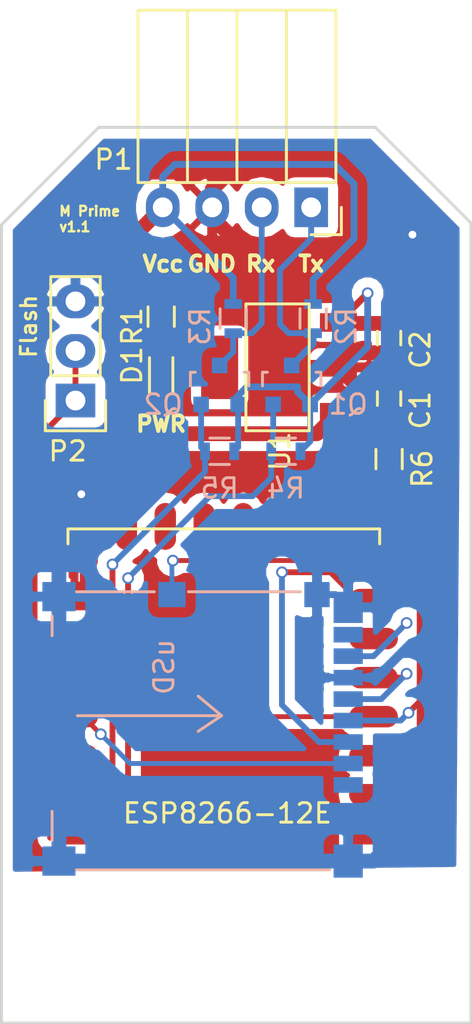
<source format=kicad_pcb>
(kicad_pcb (version 4) (host pcbnew 4.0.5-e0-6337~49~ubuntu16.04.1)

  (general
    (links 44)
    (no_connects 0)
    (area 146.824999 56.024999 171.075001 102.075001)
    (thickness 1.6)
    (drawings 16)
    (tracks 188)
    (zones 0)
    (modules 16)
    (nets 15)
  )

  (page A4)
  (title_block
    (title MPWifi)
    (date 2016-11-18)
    (rev V1.0)
    (company "M Prime")
    (comment 1 "Author: Enrique Gómez Rodríguez")
    (comment 2 "Idea: Diego Trapero Moreno")
    (comment 3 "License: ")
  )

  (layers
    (0 F.Cu signal)
    (31 B.Cu signal hide)
    (32 B.Adhes user)
    (33 F.Adhes user)
    (34 B.Paste user)
    (35 F.Paste user)
    (36 B.SilkS user)
    (37 F.SilkS user)
    (38 B.Mask user)
    (39 F.Mask user)
    (40 Dwgs.User user)
    (41 Cmts.User user)
    (42 Eco1.User user hide)
    (43 Eco2.User user hide)
    (44 Edge.Cuts user)
    (45 Margin user)
    (46 B.CrtYd user)
    (47 F.CrtYd user)
    (48 B.Fab user)
    (49 F.Fab user)
  )

  (setup
    (last_trace_width 0.25)
    (user_trace_width 0.3)
    (user_trace_width 0.35)
    (user_trace_width 0.76)
    (trace_clearance 0.1492)
    (zone_clearance 0.508)
    (zone_45_only yes)
    (trace_min 0.2)
    (segment_width 0.2)
    (edge_width 0.15)
    (via_size 0.6)
    (via_drill 0.4)
    (via_min_size 0.4)
    (via_min_drill 0.3)
    (user_via 0.84 0.4)
    (uvia_size 0.3)
    (uvia_drill 0.1)
    (uvias_allowed no)
    (uvia_min_size 0)
    (uvia_min_drill 0)
    (pcb_text_width 0.3)
    (pcb_text_size 1.5 1.5)
    (mod_edge_width 0.15)
    (mod_text_size 1 1)
    (mod_text_width 0.15)
    (pad_size 1.524 1.524)
    (pad_drill 0.762)
    (pad_to_mask_clearance 0.2)
    (aux_axis_origin 0 0)
    (visible_elements FFFFFF7F)
    (pcbplotparams
      (layerselection 0x010f8_80000001)
      (usegerberextensions false)
      (excludeedgelayer true)
      (linewidth 0.100000)
      (plotframeref false)
      (viasonmask false)
      (mode 1)
      (useauxorigin false)
      (hpglpennumber 1)
      (hpglpenspeed 20)
      (hpglpendiameter 15)
      (hpglpenoverlay 2)
      (psnegative false)
      (psa4output false)
      (plotreference true)
      (plotvalue true)
      (plotinvisibletext false)
      (padsonsilk true)
      (subtractmaskfromsilk false)
      (outputformat 1)
      (mirror false)
      (drillshape 0)
      (scaleselection 1)
      (outputdirectory ../manufacturing-GERBER/))
  )

  (net 0 "")
  (net 1 VCC)
  (net 2 GND)
  (net 3 +3V3)
  (net 4 /CS)
  (net 5 /MOSI)
  (net 6 /SCLK)
  (net 7 /MISO)
  (net 8 /DETECT_SWITCH)
  (net 9 "Net-(D1-Pad1)")
  (net 10 "Net-(M1-Pad12)")
  (net 11 "Net-(M1-Pad15)")
  (net 12 "Net-(M1-Pad16)")
  (net 13 /TX)
  (net 14 /RX)

  (net_class Default "This is the default net class."
    (clearance 0.1492)
    (trace_width 0.25)
    (via_dia 0.6)
    (via_drill 0.4)
    (uvia_dia 0.3)
    (uvia_drill 0.1)
    (add_net +3V3)
    (add_net /CS)
    (add_net /DETECT_SWITCH)
    (add_net /MISO)
    (add_net /MOSI)
    (add_net /RX)
    (add_net /SCLK)
    (add_net /TX)
    (add_net GND)
    (add_net "Net-(D1-Pad1)")
    (add_net "Net-(M1-Pad12)")
    (add_net "Net-(M1-Pad15)")
    (add_net "Net-(M1-Pad16)")
    (add_net VCC)
  )

  (module mpwifi:ESP8266-12E (layer F.Cu) (tedit 586B9CAF) (tstamp 582F368D)
    (at 165.3 92.3 180)
    (descr "Module, ESP-8266, ESP-12, 16 pad, SMD")
    (tags "Module ESP-8266 ESP8266")
    (path /582B3EDB)
    (fp_text reference M1 (at -2 -2 180) (layer F.SilkS) hide
      (effects (font (size 1 1) (thickness 0.15)))
    )
    (fp_text value ESP8266-12E (at 6.8 1.05 180) (layer F.SilkS)
      (effects (font (size 1 1) (thickness 0.15)))
    )
    (fp_line (start -2.25 -0.5) (end -2.25 -8.75) (layer F.CrtYd) (width 0.05))
    (fp_line (start -2.25 -8.75) (end 15.25 -8.75) (layer F.CrtYd) (width 0.05))
    (fp_line (start 15.25 -8.75) (end 16.25 -8.75) (layer F.CrtYd) (width 0.05))
    (fp_line (start 16.25 -8.75) (end 16.25 16) (layer F.CrtYd) (width 0.05))
    (fp_line (start 16.25 16) (end -2.25 16) (layer F.CrtYd) (width 0.05))
    (fp_line (start -2.25 16) (end -2.25 -0.5) (layer F.CrtYd) (width 0.05))
    (fp_line (start -1.016 -8.382) (end 14.986 -8.382) (layer F.CrtYd) (width 0.1524))
    (fp_line (start 14.986 -8.382) (end 14.986 -0.889) (layer F.CrtYd) (width 0.1524))
    (fp_line (start -1.016 -8.382) (end -1.016 -1.016) (layer F.CrtYd) (width 0.1524))
    (fp_line (start -1.016 14.859) (end -1.016 15.621) (layer F.SilkS) (width 0.1524))
    (fp_line (start -1.016 15.621) (end 14.986 15.621) (layer F.SilkS) (width 0.1524))
    (fp_line (start 14.986 15.621) (end 14.986 14.859) (layer F.SilkS) (width 0.1524))
    (fp_line (start 14.992 -8.4) (end -1.008 -2.6) (layer F.CrtYd) (width 0.1524))
    (fp_line (start -1.008 -8.4) (end 14.992 -2.6) (layer F.CrtYd) (width 0.1524))
    (fp_text user "No Copper" (at 6.892 -5.4 180) (layer F.CrtYd)
      (effects (font (size 1 1) (thickness 0.15)))
    )
    (fp_line (start -1.008 -2.6) (end 14.992 -2.6) (layer F.CrtYd) (width 0.1524))
    (fp_line (start 15 -8.4) (end 15 15.6) (layer F.Fab) (width 0.05))
    (fp_line (start 14.992 15.6) (end -1.008 15.6) (layer F.Fab) (width 0.05))
    (fp_line (start -1.008 15.6) (end -1.008 -8.4) (layer F.Fab) (width 0.05))
    (fp_line (start -1.008 -8.4) (end 14.992 -8.4) (layer F.Fab) (width 0.05))
    (pad 1 smd rect (at 0 0 180) (size 2.5 1.1) (drill (offset -0.7 0)) (layers F.Cu F.Paste F.Mask))
    (pad 2 smd oval (at 0 2 180) (size 2.5 1.1) (drill (offset -0.7 0)) (layers F.Cu F.Paste F.Mask))
    (pad 3 smd oval (at 0 4 180) (size 2.5 1.1) (drill (offset -0.7 0)) (layers F.Cu F.Paste F.Mask)
      (net 3 +3V3))
    (pad 4 smd oval (at 0 6 180) (size 2.5 1.1) (drill (offset -0.7 0)) (layers F.Cu F.Paste F.Mask)
      (net 8 /DETECT_SWITCH))
    (pad 5 smd oval (at 0 8 180) (size 2.5 1.1) (drill (offset -0.7 0)) (layers F.Cu F.Paste F.Mask)
      (net 6 /SCLK))
    (pad 6 smd oval (at 0 10 180) (size 2.5 1.1) (drill (offset -0.7 0)) (layers F.Cu F.Paste F.Mask)
      (net 7 /MISO))
    (pad 7 smd oval (at 0 12 180) (size 2.5 1.1) (drill (offset -0.7 0)) (layers F.Cu F.Paste F.Mask)
      (net 5 /MOSI))
    (pad 8 smd oval (at 0 14 180) (size 2.5 1.1) (drill (offset -0.7 0)) (layers F.Cu F.Paste F.Mask)
      (net 3 +3V3))
    (pad 17 smd oval (at 1.99 15.75 270) (size 2.4 1.1) (layers F.Cu F.Paste F.Mask))
    (pad 18 smd oval (at 3.99 15.75 270) (size 2.4 1.1) (layers F.Cu F.Paste F.Mask))
    (pad 19 smd oval (at 5.99 15.75 270) (size 2.4 1.1) (layers F.Cu F.Paste F.Mask))
    (pad 20 smd oval (at 7.99 15.75 270) (size 2.4 1.1) (layers F.Cu F.Paste F.Mask))
    (pad 21 smd oval (at 9.99 15.75 270) (size 2.4 1.1) (layers F.Cu F.Paste F.Mask))
    (pad 22 smd oval (at 11.99 15.75 270) (size 2.4 1.1) (layers F.Cu F.Paste F.Mask))
    (pad 9 smd oval (at 14 14 180) (size 2.5 1.1) (drill (offset 0.7 0)) (layers F.Cu F.Paste F.Mask)
      (net 2 GND))
    (pad 10 smd oval (at 14 12 180) (size 2.5 1.1) (drill (offset 0.6 0)) (layers F.Cu F.Paste F.Mask)
      (net 2 GND))
    (pad 11 smd oval (at 14 10 180) (size 2.5 1.1) (drill (offset 0.7 0)) (layers F.Cu F.Paste F.Mask))
    (pad 12 smd oval (at 14 8 180) (size 2.5 1.1) (drill (offset 0.7 0)) (layers F.Cu F.Paste F.Mask)
      (net 10 "Net-(M1-Pad12)"))
    (pad 13 smd oval (at 14 6 180) (size 2.5 1.1) (drill (offset 0.7 0)) (layers F.Cu F.Paste F.Mask)
      (net 4 /CS))
    (pad 14 smd oval (at 14 4 180) (size 2.5 1.1) (drill (offset 0.7 0)) (layers F.Cu F.Paste F.Mask))
    (pad 15 smd oval (at 14 2 180) (size 2.5 1.1) (drill (offset 0.7 0)) (layers F.Cu F.Paste F.Mask)
      (net 11 "Net-(M1-Pad15)"))
    (pad 16 smd oval (at 14 0 180) (size 2.5 1.1) (drill (offset 0.7 0)) (layers F.Cu F.Paste F.Mask)
      (net 12 "Net-(M1-Pad16)"))
  )

  (module mpwifi:SOT-223-3 (layer F.Cu) (tedit 5832323D) (tstamp 582F36D6)
    (at 164.2 68.4 90)
    (tags SOT-223-3)
    (path /582B9B28)
    (fp_text reference U1 (at -4.3 -3 90) (layer F.SilkS)
      (effects (font (size 1 1) (thickness 0.15)))
    )
    (fp_text value MCP1703T-3302E/CB (at 8.25 -4 90) (layer F.Fab) hide
      (effects (font (size 1 1) (thickness 0.15)))
    )
    (fp_line (start 3.25 -4.75) (end 3.25 -1.5) (layer F.SilkS) (width 0.15))
    (fp_line (start 3.25 -1.5) (end -3.25 -1.5) (layer F.SilkS) (width 0.15))
    (fp_line (start -3.25 -1.5) (end -3.25 -4.75) (layer F.SilkS) (width 0.15))
    (fp_line (start -3.25 -4.75) (end 3.25 -4.75) (layer F.SilkS) (width 0.15))
    (pad 2 smd rect (at 0 0 90) (size 0.95 1.9) (layers F.Cu F.Paste F.Mask)
      (net 2 GND))
    (pad 3 smd rect (at 2.3 0 90) (size 0.95 1.9) (layers F.Cu F.Paste F.Mask)
      (net 3 +3V3))
    (pad 1 smd rect (at -2.3 0 90) (size 0.95 1.9) (layers F.Cu F.Paste F.Mask)
      (net 1 VCC))
    (pad "" smd rect (at 0 -6.1 90) (size 3.25 1.9) (layers F.Cu F.Paste F.Mask))
  )

  (module Capacitors_SMD:C_0603 (layer F.Cu) (tedit 583231DA) (tstamp 582F3651)
    (at 166.8 70 90)
    (descr "Capacitor SMD 0603, reflow soldering, AVX (see smccp.pdf)")
    (tags "capacitor 0603")
    (path /582B9BD7)
    (attr smd)
    (fp_text reference C1 (at -0.6 1.6 90) (layer F.SilkS)
      (effects (font (size 1 1) (thickness 0.15)))
    )
    (fp_text value 1uF (at 0 1.9 90) (layer F.Fab) hide
      (effects (font (size 1 1) (thickness 0.15)))
    )
    (fp_line (start -0.8 0.4) (end -0.8 -0.4) (layer F.Fab) (width 0.15))
    (fp_line (start 0.8 0.4) (end -0.8 0.4) (layer F.Fab) (width 0.15))
    (fp_line (start 0.8 -0.4) (end 0.8 0.4) (layer F.Fab) (width 0.15))
    (fp_line (start -0.8 -0.4) (end 0.8 -0.4) (layer F.Fab) (width 0.15))
    (fp_line (start -1.45 -0.75) (end 1.45 -0.75) (layer F.CrtYd) (width 0.05))
    (fp_line (start -1.45 0.75) (end 1.45 0.75) (layer F.CrtYd) (width 0.05))
    (fp_line (start -1.45 -0.75) (end -1.45 0.75) (layer F.CrtYd) (width 0.05))
    (fp_line (start 1.45 -0.75) (end 1.45 0.75) (layer F.CrtYd) (width 0.05))
    (fp_line (start -0.35 -0.6) (end 0.35 -0.6) (layer F.SilkS) (width 0.15))
    (fp_line (start 0.35 0.6) (end -0.35 0.6) (layer F.SilkS) (width 0.15))
    (pad 1 smd rect (at -0.75 0 90) (size 0.8 0.75) (layers F.Cu F.Paste F.Mask)
      (net 1 VCC))
    (pad 2 smd rect (at 0.75 0 90) (size 0.8 0.75) (layers F.Cu F.Paste F.Mask)
      (net 2 GND))
    (model Capacitors_SMD.3dshapes/C_0603.wrl
      (at (xyz 0 0 0))
      (scale (xyz 1 1 1))
      (rotate (xyz 0 0 0))
    )
  )

  (module Capacitors_SMD:C_0603 (layer F.Cu) (tedit 583231DF) (tstamp 582F3657)
    (at 166.8 66.9 270)
    (descr "Capacitor SMD 0603, reflow soldering, AVX (see smccp.pdf)")
    (tags "capacitor 0603")
    (path /582B9C4E)
    (attr smd)
    (fp_text reference C2 (at 0.6 -1.6 270) (layer F.SilkS)
      (effects (font (size 1 1) (thickness 0.15)))
    )
    (fp_text value 1uF (at 0 1.9 270) (layer F.Fab) hide
      (effects (font (size 1 1) (thickness 0.15)))
    )
    (fp_line (start -0.8 0.4) (end -0.8 -0.4) (layer F.Fab) (width 0.15))
    (fp_line (start 0.8 0.4) (end -0.8 0.4) (layer F.Fab) (width 0.15))
    (fp_line (start 0.8 -0.4) (end 0.8 0.4) (layer F.Fab) (width 0.15))
    (fp_line (start -0.8 -0.4) (end 0.8 -0.4) (layer F.Fab) (width 0.15))
    (fp_line (start -1.45 -0.75) (end 1.45 -0.75) (layer F.CrtYd) (width 0.05))
    (fp_line (start -1.45 0.75) (end 1.45 0.75) (layer F.CrtYd) (width 0.05))
    (fp_line (start -1.45 -0.75) (end -1.45 0.75) (layer F.CrtYd) (width 0.05))
    (fp_line (start 1.45 -0.75) (end 1.45 0.75) (layer F.CrtYd) (width 0.05))
    (fp_line (start -0.35 -0.6) (end 0.35 -0.6) (layer F.SilkS) (width 0.15))
    (fp_line (start 0.35 0.6) (end -0.35 0.6) (layer F.SilkS) (width 0.15))
    (pad 1 smd rect (at -0.75 0 270) (size 0.8 0.75) (layers F.Cu F.Paste F.Mask)
      (net 3 +3V3))
    (pad 2 smd rect (at 0.75 0 270) (size 0.8 0.75) (layers F.Cu F.Paste F.Mask)
      (net 2 GND))
    (model Capacitors_SMD.3dshapes/C_0603.wrl
      (at (xyz 0 0 0))
      (scale (xyz 1 1 1))
      (rotate (xyz 0 0 0))
    )
  )

  (module Diodes_SMD:D_0603 (layer F.Cu) (tedit 5834A147) (tstamp 582F3673)
    (at 155.1 69 270)
    (descr "Diode SMD in 0603 package")
    (tags "smd diode")
    (path /582BE2C6)
    (attr smd)
    (fp_text reference D1 (at -0.7 1.5 270) (layer F.SilkS)
      (effects (font (size 1 1) (thickness 0.15)))
    )
    (fp_text value LED (at 0 -1.5 270) (layer F.Fab) hide
      (effects (font (size 1 1) (thickness 0.15)))
    )
    (fp_line (start 1.5 0.8) (end 1.5 -0.8) (layer F.CrtYd) (width 0.05))
    (fp_line (start -1.5 0.8) (end 1.5 0.8) (layer F.CrtYd) (width 0.05))
    (fp_line (start -1.5 -0.8) (end -1.5 0.8) (layer F.CrtYd) (width 0.05))
    (fp_line (start 1.5 -0.8) (end -1.5 -0.8) (layer F.CrtYd) (width 0.05))
    (fp_line (start 0.2 0) (end 0.4 0) (layer F.Fab) (width 0.15))
    (fp_line (start -0.1 0) (end -0.3 0) (layer F.Fab) (width 0.15))
    (fp_line (start -0.1 -0.2) (end -0.1 0.2) (layer F.Fab) (width 0.15))
    (fp_line (start 0.2 0.2) (end 0.2 -0.2) (layer F.Fab) (width 0.15))
    (fp_line (start -0.1 0) (end 0.2 0.2) (layer F.Fab) (width 0.15))
    (fp_line (start 0.2 -0.2) (end -0.1 0) (layer F.Fab) (width 0.15))
    (fp_line (start -0.8 0.5) (end -0.8 -0.5) (layer F.Fab) (width 0.15))
    (fp_line (start 0.8 0.5) (end -0.8 0.5) (layer F.Fab) (width 0.15))
    (fp_line (start 0.8 -0.5) (end 0.8 0.5) (layer F.Fab) (width 0.15))
    (fp_line (start -0.8 -0.5) (end 0.8 -0.5) (layer F.Fab) (width 0.15))
    (fp_line (start -1.1 0.6) (end 0.7 0.6) (layer F.SilkS) (width 0.15))
    (fp_line (start -1.1 -0.6) (end 0.7 -0.6) (layer F.SilkS) (width 0.15))
    (pad 1 smd rect (at -0.85 0 270) (size 0.6 0.8) (layers F.Cu F.Paste F.Mask)
      (net 9 "Net-(D1-Pad1)"))
    (pad 2 smd rect (at 0.85 0 270) (size 0.6 0.8) (layers F.Cu F.Paste F.Mask)
      (net 1 VCC))
  )

  (module Socket_Strips:Socket_Strip_Angled_1x04 (layer F.Cu) (tedit 5832314B) (tstamp 582F3695)
    (at 162.8 60.2 180)
    (descr "Through hole socket strip")
    (tags "socket strip")
    (path /582BB682)
    (fp_text reference P1 (at 10.15 2.45 180) (layer F.SilkS)
      (effects (font (size 1 1) (thickness 0.15)))
    )
    (fp_text value CONN_01X04 (at 0 -2.75 180) (layer F.Fab) hide
      (effects (font (size 1 1) (thickness 0.15)))
    )
    (fp_line (start -1.75 -1.5) (end -1.75 10.6) (layer F.CrtYd) (width 0.05))
    (fp_line (start 9.4 -1.5) (end 9.4 10.6) (layer F.CrtYd) (width 0.05))
    (fp_line (start -1.75 -1.5) (end 9.4 -1.5) (layer F.CrtYd) (width 0.05))
    (fp_line (start -1.75 10.6) (end 9.4 10.6) (layer F.CrtYd) (width 0.05))
    (fp_line (start 8.89 10.1) (end 8.89 1.27) (layer F.SilkS) (width 0.15))
    (fp_line (start 6.35 10.1) (end 8.89 10.1) (layer F.SilkS) (width 0.15))
    (fp_line (start 6.35 1.27) (end 8.89 1.27) (layer F.SilkS) (width 0.15))
    (fp_line (start 3.81 1.27) (end 6.35 1.27) (layer F.SilkS) (width 0.15))
    (fp_line (start 3.81 10.1) (end 6.35 10.1) (layer F.SilkS) (width 0.15))
    (fp_line (start 6.35 10.1) (end 6.35 1.27) (layer F.SilkS) (width 0.15))
    (fp_line (start 3.81 10.1) (end 3.81 1.27) (layer F.SilkS) (width 0.15))
    (fp_line (start 1.27 10.1) (end 3.81 10.1) (layer F.SilkS) (width 0.15))
    (fp_line (start 1.27 1.27) (end 1.27 10.1) (layer F.SilkS) (width 0.15))
    (fp_line (start 1.27 1.27) (end 3.81 1.27) (layer F.SilkS) (width 0.15))
    (fp_line (start -1.27 1.27) (end 1.27 1.27) (layer F.SilkS) (width 0.15))
    (fp_line (start 0 -1.4) (end -1.55 -1.4) (layer F.SilkS) (width 0.15))
    (fp_line (start -1.55 -1.4) (end -1.55 0) (layer F.SilkS) (width 0.15))
    (fp_line (start -1.27 1.27) (end -1.27 10.1) (layer F.SilkS) (width 0.15))
    (fp_line (start -1.27 10.1) (end 1.27 10.1) (layer F.SilkS) (width 0.15))
    (fp_line (start 1.27 10.1) (end 1.27 1.27) (layer F.SilkS) (width 0.15))
    (pad 1 thru_hole rect (at 0 0 180) (size 1.7272 2.032) (drill 1.016) (layers *.Cu *.Mask)
      (net 13 /TX))
    (pad 2 thru_hole oval (at 2.54 0 180) (size 1.7272 2.032) (drill 1.016) (layers *.Cu *.Mask)
      (net 14 /RX))
    (pad 3 thru_hole oval (at 5.08 0 180) (size 1.7272 2.032) (drill 1.016) (layers *.Cu *.Mask)
      (net 2 GND))
    (pad 4 thru_hole oval (at 7.62 0 180) (size 1.7272 2.032) (drill 1.016) (layers *.Cu *.Mask)
      (net 1 VCC))
    (model Socket_Strips.3dshapes/Socket_Strip_Angled_1x04.wrl
      (at (xyz 0.15 0 0))
      (scale (xyz 1 1 1))
      (rotate (xyz 0 0 180))
    )
  )

  (module TO_SOT_Packages_SMD:SOT-23 (layer B.Cu) (tedit 583234E8) (tstamp 582F36A3)
    (at 161.8 69.3 180)
    (descr "SOT-23, Standard")
    (tags SOT-23)
    (path /582B4943)
    (attr smd)
    (fp_text reference Q1 (at -2.9 -1 180) (layer B.SilkS)
      (effects (font (size 1 1) (thickness 0.15)) (justify mirror))
    )
    (fp_text value BSS138 (at 0 -2.3 180) (layer B.Fab) hide
      (effects (font (size 1 1) (thickness 0.15)) (justify mirror))
    )
    (fp_line (start -1.65 1.6) (end 1.65 1.6) (layer B.CrtYd) (width 0.05))
    (fp_line (start 1.65 1.6) (end 1.65 -1.6) (layer B.CrtYd) (width 0.05))
    (fp_line (start 1.65 -1.6) (end -1.65 -1.6) (layer B.CrtYd) (width 0.05))
    (fp_line (start -1.65 -1.6) (end -1.65 1.6) (layer B.CrtYd) (width 0.05))
    (fp_line (start 1.29916 0.65024) (end 1.2509 0.65024) (layer B.SilkS) (width 0.15))
    (fp_line (start -1.49982 -0.0508) (end -1.49982 0.65024) (layer B.SilkS) (width 0.15))
    (fp_line (start -1.49982 0.65024) (end -1.2509 0.65024) (layer B.SilkS) (width 0.15))
    (fp_line (start 1.29916 0.65024) (end 1.49982 0.65024) (layer B.SilkS) (width 0.15))
    (fp_line (start 1.49982 0.65024) (end 1.49982 -0.0508) (layer B.SilkS) (width 0.15))
    (pad 1 smd rect (at -0.95 -1.00076 180) (size 0.8001 0.8001) (layers B.Cu B.Paste B.Mask)
      (net 3 +3V3))
    (pad 2 smd rect (at 0.95 -1.00076 180) (size 0.8001 0.8001) (layers B.Cu B.Paste B.Mask)
      (net 12 "Net-(M1-Pad16)"))
    (pad 3 smd rect (at 0 0.99822 180) (size 0.8001 0.8001) (layers B.Cu B.Paste B.Mask)
      (net 13 /TX))
    (model TO_SOT_Packages_SMD.3dshapes/SOT-23.wrl
      (at (xyz 0 0 0))
      (scale (xyz 1 1 1))
      (rotate (xyz 0 0 0))
    )
  )

  (module TO_SOT_Packages_SMD:SOT-23 (layer B.Cu) (tedit 583234E3) (tstamp 582F36AA)
    (at 158.1 69.3 180)
    (descr "SOT-23, Standard")
    (tags SOT-23)
    (path /582B4994)
    (attr smd)
    (fp_text reference Q2 (at 2.9 -1 180) (layer B.SilkS)
      (effects (font (size 1 1) (thickness 0.15)) (justify mirror))
    )
    (fp_text value BSS138 (at 0 -2.3 180) (layer B.Fab) hide
      (effects (font (size 1 1) (thickness 0.15)) (justify mirror))
    )
    (fp_line (start -1.65 1.6) (end 1.65 1.6) (layer B.CrtYd) (width 0.05))
    (fp_line (start 1.65 1.6) (end 1.65 -1.6) (layer B.CrtYd) (width 0.05))
    (fp_line (start 1.65 -1.6) (end -1.65 -1.6) (layer B.CrtYd) (width 0.05))
    (fp_line (start -1.65 -1.6) (end -1.65 1.6) (layer B.CrtYd) (width 0.05))
    (fp_line (start 1.29916 0.65024) (end 1.2509 0.65024) (layer B.SilkS) (width 0.15))
    (fp_line (start -1.49982 -0.0508) (end -1.49982 0.65024) (layer B.SilkS) (width 0.15))
    (fp_line (start -1.49982 0.65024) (end -1.2509 0.65024) (layer B.SilkS) (width 0.15))
    (fp_line (start 1.29916 0.65024) (end 1.49982 0.65024) (layer B.SilkS) (width 0.15))
    (fp_line (start 1.49982 0.65024) (end 1.49982 -0.0508) (layer B.SilkS) (width 0.15))
    (pad 1 smd rect (at -0.95 -1.00076 180) (size 0.8001 0.8001) (layers B.Cu B.Paste B.Mask)
      (net 3 +3V3))
    (pad 2 smd rect (at 0.95 -1.00076 180) (size 0.8001 0.8001) (layers B.Cu B.Paste B.Mask)
      (net 11 "Net-(M1-Pad15)"))
    (pad 3 smd rect (at 0 0.99822 180) (size 0.8001 0.8001) (layers B.Cu B.Paste B.Mask)
      (net 14 /RX))
    (model TO_SOT_Packages_SMD.3dshapes/SOT-23.wrl
      (at (xyz 0 0 0))
      (scale (xyz 1 1 1))
      (rotate (xyz 0 0 0))
    )
  )

  (module Resistors_SMD:R_0603 (layer F.Cu) (tedit 5832317D) (tstamp 582F36B0)
    (at 155.1 65.8 90)
    (descr "Resistor SMD 0603, reflow soldering, Vishay (see dcrcw.pdf)")
    (tags "resistor 0603")
    (path /582BEBE9)
    (attr smd)
    (fp_text reference R1 (at -0.5 -1.5 90) (layer F.SilkS)
      (effects (font (size 1 1) (thickness 0.15)))
    )
    (fp_text value 140 (at 0 1.9 90) (layer F.Fab) hide
      (effects (font (size 1 1) (thickness 0.15)))
    )
    (fp_line (start -1.3 -0.8) (end 1.3 -0.8) (layer F.CrtYd) (width 0.05))
    (fp_line (start -1.3 0.8) (end 1.3 0.8) (layer F.CrtYd) (width 0.05))
    (fp_line (start -1.3 -0.8) (end -1.3 0.8) (layer F.CrtYd) (width 0.05))
    (fp_line (start 1.3 -0.8) (end 1.3 0.8) (layer F.CrtYd) (width 0.05))
    (fp_line (start 0.5 0.675) (end -0.5 0.675) (layer F.SilkS) (width 0.15))
    (fp_line (start -0.5 -0.675) (end 0.5 -0.675) (layer F.SilkS) (width 0.15))
    (pad 1 smd rect (at -0.75 0 90) (size 0.5 0.9) (layers F.Cu F.Paste F.Mask)
      (net 9 "Net-(D1-Pad1)"))
    (pad 2 smd rect (at 0.75 0 90) (size 0.5 0.9) (layers F.Cu F.Paste F.Mask)
      (net 2 GND))
    (model Resistors_SMD.3dshapes/R_0603.wrl
      (at (xyz 0 0 0))
      (scale (xyz 1 1 1))
      (rotate (xyz 0 0 0))
    )
  )

  (module Resistors_SMD:R_0603 (layer B.Cu) (tedit 583234D9) (tstamp 582F36B6)
    (at 162.9 65.9 270)
    (descr "Resistor SMD 0603, reflow soldering, Vishay (see dcrcw.pdf)")
    (tags "resistor 0603")
    (path /582B4F23)
    (attr smd)
    (fp_text reference R2 (at 0.4 -1.7 270) (layer B.SilkS)
      (effects (font (size 1 1) (thickness 0.15)) (justify mirror))
    )
    (fp_text value 10k (at 0 -1.9 270) (layer B.Fab) hide
      (effects (font (size 1 1) (thickness 0.15)) (justify mirror))
    )
    (fp_line (start -1.3 0.8) (end 1.3 0.8) (layer B.CrtYd) (width 0.05))
    (fp_line (start -1.3 -0.8) (end 1.3 -0.8) (layer B.CrtYd) (width 0.05))
    (fp_line (start -1.3 0.8) (end -1.3 -0.8) (layer B.CrtYd) (width 0.05))
    (fp_line (start 1.3 0.8) (end 1.3 -0.8) (layer B.CrtYd) (width 0.05))
    (fp_line (start 0.5 -0.675) (end -0.5 -0.675) (layer B.SilkS) (width 0.15))
    (fp_line (start -0.5 0.675) (end 0.5 0.675) (layer B.SilkS) (width 0.15))
    (pad 1 smd rect (at -0.75 0 270) (size 0.5 0.9) (layers B.Cu B.Paste B.Mask)
      (net 1 VCC))
    (pad 2 smd rect (at 0.75 0 270) (size 0.5 0.9) (layers B.Cu B.Paste B.Mask)
      (net 13 /TX))
    (model Resistors_SMD.3dshapes/R_0603.wrl
      (at (xyz 0 0 0))
      (scale (xyz 1 1 1))
      (rotate (xyz 0 0 0))
    )
  )

  (module Resistors_SMD:R_0603 (layer B.Cu) (tedit 583234DE) (tstamp 582F36BC)
    (at 158.8 65.9 270)
    (descr "Resistor SMD 0603, reflow soldering, Vishay (see dcrcw.pdf)")
    (tags "resistor 0603")
    (path /582B4F58)
    (attr smd)
    (fp_text reference R3 (at 0.4 1.7 270) (layer B.SilkS)
      (effects (font (size 1 1) (thickness 0.15)) (justify mirror))
    )
    (fp_text value 10k (at 0 -1.9 270) (layer B.Fab) hide
      (effects (font (size 1 1) (thickness 0.15)) (justify mirror))
    )
    (fp_line (start -1.3 0.8) (end 1.3 0.8) (layer B.CrtYd) (width 0.05))
    (fp_line (start -1.3 -0.8) (end 1.3 -0.8) (layer B.CrtYd) (width 0.05))
    (fp_line (start -1.3 0.8) (end -1.3 -0.8) (layer B.CrtYd) (width 0.05))
    (fp_line (start 1.3 0.8) (end 1.3 -0.8) (layer B.CrtYd) (width 0.05))
    (fp_line (start 0.5 -0.675) (end -0.5 -0.675) (layer B.SilkS) (width 0.15))
    (fp_line (start -0.5 0.675) (end 0.5 0.675) (layer B.SilkS) (width 0.15))
    (pad 1 smd rect (at -0.75 0 270) (size 0.5 0.9) (layers B.Cu B.Paste B.Mask)
      (net 1 VCC))
    (pad 2 smd rect (at 0.75 0 270) (size 0.5 0.9) (layers B.Cu B.Paste B.Mask)
      (net 14 /RX))
    (model Resistors_SMD.3dshapes/R_0603.wrl
      (at (xyz 0 0 0))
      (scale (xyz 1 1 1))
      (rotate (xyz 0 0 0))
    )
  )

  (module Resistors_SMD:R_0603 (layer B.Cu) (tedit 582F3B7F) (tstamp 582F36C2)
    (at 161.5 72.7)
    (descr "Resistor SMD 0603, reflow soldering, Vishay (see dcrcw.pdf)")
    (tags "resistor 0603")
    (path /582B4FC8)
    (attr smd)
    (fp_text reference R4 (at 0 1.9) (layer B.SilkS)
      (effects (font (size 1 1) (thickness 0.15)) (justify mirror))
    )
    (fp_text value 10k (at 0 -1.9) (layer B.Fab) hide
      (effects (font (size 1 1) (thickness 0.15)) (justify mirror))
    )
    (fp_line (start -1.3 0.8) (end 1.3 0.8) (layer B.CrtYd) (width 0.05))
    (fp_line (start -1.3 -0.8) (end 1.3 -0.8) (layer B.CrtYd) (width 0.05))
    (fp_line (start -1.3 0.8) (end -1.3 -0.8) (layer B.CrtYd) (width 0.05))
    (fp_line (start 1.3 0.8) (end 1.3 -0.8) (layer B.CrtYd) (width 0.05))
    (fp_line (start 0.5 -0.675) (end -0.5 -0.675) (layer B.SilkS) (width 0.15))
    (fp_line (start -0.5 0.675) (end 0.5 0.675) (layer B.SilkS) (width 0.15))
    (pad 1 smd rect (at -0.75 0) (size 0.5 0.9) (layers B.Cu B.Paste B.Mask)
      (net 12 "Net-(M1-Pad16)"))
    (pad 2 smd rect (at 0.75 0) (size 0.5 0.9) (layers B.Cu B.Paste B.Mask)
      (net 3 +3V3))
    (model Resistors_SMD.3dshapes/R_0603.wrl
      (at (xyz 0 0 0))
      (scale (xyz 1 1 1))
      (rotate (xyz 0 0 0))
    )
  )

  (module Resistors_SMD:R_0603 (layer B.Cu) (tedit 582F3B6B) (tstamp 582F36C8)
    (at 158.1 72.7)
    (descr "Resistor SMD 0603, reflow soldering, Vishay (see dcrcw.pdf)")
    (tags "resistor 0603")
    (path /582B4FFD)
    (attr smd)
    (fp_text reference R5 (at 0 1.9) (layer B.SilkS)
      (effects (font (size 1 1) (thickness 0.15)) (justify mirror))
    )
    (fp_text value 10k (at 0 -1.9) (layer B.Fab) hide
      (effects (font (size 1 1) (thickness 0.15)) (justify mirror))
    )
    (fp_line (start -1.3 0.8) (end 1.3 0.8) (layer B.CrtYd) (width 0.05))
    (fp_line (start -1.3 -0.8) (end 1.3 -0.8) (layer B.CrtYd) (width 0.05))
    (fp_line (start -1.3 0.8) (end -1.3 -0.8) (layer B.CrtYd) (width 0.05))
    (fp_line (start 1.3 0.8) (end 1.3 -0.8) (layer B.CrtYd) (width 0.05))
    (fp_line (start 0.5 -0.675) (end -0.5 -0.675) (layer B.SilkS) (width 0.15))
    (fp_line (start -0.5 0.675) (end 0.5 0.675) (layer B.SilkS) (width 0.15))
    (pad 1 smd rect (at -0.75 0) (size 0.5 0.9) (layers B.Cu B.Paste B.Mask)
      (net 11 "Net-(M1-Pad15)"))
    (pad 2 smd rect (at 0.75 0) (size 0.5 0.9) (layers B.Cu B.Paste B.Mask)
      (net 3 +3V3))
    (model Resistors_SMD.3dshapes/R_0603.wrl
      (at (xyz 0 0 0))
      (scale (xyz 1 1 1))
      (rotate (xyz 0 0 0))
    )
  )

  (module Resistors_SMD:R_0603 (layer F.Cu) (tedit 583231D6) (tstamp 582F36CE)
    (at 166.8 73.1 270)
    (descr "Resistor SMD 0603, reflow soldering, Vishay (see dcrcw.pdf)")
    (tags "resistor 0603")
    (path /582CF4F1)
    (attr smd)
    (fp_text reference R6 (at 0.5 -1.7 270) (layer F.SilkS)
      (effects (font (size 1 1) (thickness 0.15)))
    )
    (fp_text value 10k (at 0 1.9 270) (layer F.Fab) hide
      (effects (font (size 1 1) (thickness 0.15)))
    )
    (fp_line (start -1.3 -0.8) (end 1.3 -0.8) (layer F.CrtYd) (width 0.05))
    (fp_line (start -1.3 0.8) (end 1.3 0.8) (layer F.CrtYd) (width 0.05))
    (fp_line (start -1.3 -0.8) (end -1.3 0.8) (layer F.CrtYd) (width 0.05))
    (fp_line (start 1.3 -0.8) (end 1.3 0.8) (layer F.CrtYd) (width 0.05))
    (fp_line (start 0.5 0.675) (end -0.5 0.675) (layer F.SilkS) (width 0.15))
    (fp_line (start -0.5 -0.675) (end 0.5 -0.675) (layer F.SilkS) (width 0.15))
    (pad 1 smd rect (at -0.75 0 270) (size 0.5 0.9) (layers F.Cu F.Paste F.Mask)
      (net 3 +3V3))
    (pad 2 smd rect (at 0.75 0 270) (size 0.5 0.9) (layers F.Cu F.Paste F.Mask)
      (net 8 /DETECT_SWITCH))
    (model Resistors_SMD.3dshapes/R_0603.wrl
      (at (xyz 0 0 0))
      (scale (xyz 1 1 1))
      (rotate (xyz 0 0 0))
    )
  )

  (module Pin_Headers:Pin_Header_Straight_1x03 (layer F.Cu) (tedit 5834A21C) (tstamp 582F369C)
    (at 150.7 70.1 180)
    (descr "Through hole pin header")
    (tags "pin header")
    (path /582C3E85)
    (fp_text reference P2 (at 0.4 -2.6 180) (layer F.SilkS)
      (effects (font (size 1 1) (thickness 0.15)))
    )
    (fp_text value Flash (at 2.4 3.8 270) (layer F.SilkS)
      (effects (font (size 0.8 0.8) (thickness 0.15)))
    )
    (fp_line (start -1.75 -1.75) (end -1.75 6.85) (layer F.CrtYd) (width 0.05))
    (fp_line (start 1.75 -1.75) (end 1.75 6.85) (layer F.CrtYd) (width 0.05))
    (fp_line (start -1.75 -1.75) (end 1.75 -1.75) (layer F.CrtYd) (width 0.05))
    (fp_line (start -1.75 6.85) (end 1.75 6.85) (layer F.CrtYd) (width 0.05))
    (fp_line (start -1.27 1.27) (end -1.27 6.35) (layer F.SilkS) (width 0.15))
    (fp_line (start -1.27 6.35) (end 1.27 6.35) (layer F.SilkS) (width 0.15))
    (fp_line (start 1.27 6.35) (end 1.27 1.27) (layer F.SilkS) (width 0.15))
    (fp_line (start 1.55 -1.55) (end 1.55 0) (layer F.SilkS) (width 0.15))
    (fp_line (start 1.27 1.27) (end -1.27 1.27) (layer F.SilkS) (width 0.15))
    (fp_line (start -1.55 0) (end -1.55 -1.55) (layer F.SilkS) (width 0.15))
    (fp_line (start -1.55 -1.55) (end 1.55 -1.55) (layer F.SilkS) (width 0.15))
    (pad 1 thru_hole rect (at 0 0 180) (size 2.032 1.7272) (drill 1.016) (layers *.Cu *.Mask)
      (net 10 "Net-(M1-Pad12)"))
    (pad 2 thru_hole oval (at 0 2.54 180) (size 2.032 1.7272) (drill 1.016) (layers *.Cu *.Mask)
      (net 10 "Net-(M1-Pad12)"))
    (pad 3 thru_hole oval (at 0 5.08 180) (size 2.032 1.7272) (drill 1.016) (layers *.Cu *.Mask)
      (net 2 GND))
    (model Pin_Headers.3dshapes/Pin_Header_Straight_1x03.wrl
      (at (xyz 0 -0.1 0))
      (scale (xyz 1 1 1))
      (rotate (xyz 0 0 90))
    )
  )

  (module mpwifi:MicroSD-slot (layer B.Cu) (tedit 586B9CC4) (tstamp 582F366D)
    (at 149 80.9 270)
    (descr http://www.mouser.com/ds/2/276/5045280892_sd-779648.pdf)
    (path /582B3F89)
    (fp_text reference uSD (at 2.85 -6.25 270) (layer B.SilkS)
      (effects (font (size 1 1) (thickness 0.15)) (justify mirror))
    )
    (fp_text value Micro_SD_Card (at 19.01 1.88 270) (layer B.Fab) hide
      (effects (font (size 1 1) (thickness 0.15)) (justify mirror))
    )
    (fp_line (start 10.25 -0.5) (end 11.75 -0.5) (layer B.SilkS) (width 0.15))
    (fp_line (start 0.25 -0.5) (end 1.25 -0.5) (layer B.SilkS) (width 0.15))
    (fp_line (start 13.25 -14.75) (end 13.25 -1.75) (layer B.SilkS) (width 0.15))
    (fp_line (start -1 -13.25) (end -1 -7.5) (layer B.SilkS) (width 0.15))
    (fp_line (start -1 -1.75) (end -1 -5.75) (layer B.SilkS) (width 0.15))
    (fp_line (start 5.35 -9.2) (end 4.35 -8) (layer B.SilkS) (width 0.15))
    (fp_line (start 5.35 -1.8) (end 5.35 -9.2) (layer B.SilkS) (width 0.15))
    (fp_line (start 5.35 -9.2) (end 6.15 -8) (layer B.SilkS) (width 0.15))
    (pad 8 smd rect (at 1.2 -15.7 270) (size 0.8 1.5) (layers B.Cu B.Paste B.Mask))
    (pad 7 smd rect (at 2.3 -15.7 270) (size 0.8 1.5) (layers B.Cu B.Paste B.Mask)
      (net 7 /MISO))
    (pad 6 smd rect (at 3.4 -15.7 270) (size 0.8 1.5) (layers B.Cu B.Paste B.Mask)
      (net 2 GND))
    (pad 5 smd rect (at 4.5 -15.7 270) (size 0.8 1.5) (layers B.Cu B.Paste B.Mask)
      (net 6 /SCLK))
    (pad 4 smd rect (at 5.6 -15.7 270) (size 0.8 1.5) (layers B.Cu B.Paste B.Mask)
      (net 3 +3V3))
    (pad 3 smd rect (at 6.7 -15.7 270) (size 0.8 1.5) (layers B.Cu B.Paste B.Mask)
      (net 5 /MOSI))
    (pad 2 smd rect (at 7.8 -15.7 270) (size 0.8 1.5) (layers B.Cu B.Paste B.Mask)
      (net 4 /CS))
    (pad 1 smd rect (at 8.9 -15.7 270) (size 0.8 1.5) (layers B.Cu B.Paste B.Mask))
    (pad 10 smd rect (at -0.75 -0.85 270) (size 1.5 1.7) (layers B.Cu B.Paste B.Mask)
      (net 2 GND))
    (pad 11 smd rect (at -0.855 -6.65 270) (size 1.29 1.4) (layers B.Cu B.Paste B.Mask)
      (net 8 /DETECT_SWITCH))
    (pad 9 smd rect (at -0.855 -14.1 270) (size 1.29 1.3) (layers B.Cu B.Paste B.Mask)
      (net 2 GND))
    (pad 10 smd rect (at 12.8 -0.85 270) (size 1.5 1.7) (layers B.Cu B.Paste B.Mask)
      (net 2 GND))
    (pad 10 smd rect (at 12.8 -15.7 270) (size 1.7 1.5) (layers B.Cu B.Paste B.Mask)
      (net 2 GND))
    (pad 10 smd rect (at -0.2 -15.7 270) (size 1.6 1.5) (layers B.Cu B.Paste B.Mask)
      (net 2 GND))
  )

  (gr_text PWR (at 155.1 71.3) (layer F.SilkS)
    (effects (font (size 0.8 0.8) (thickness 0.2)))
  )
  (gr_text Tx (at 162.8 63.1) (layer F.SilkS)
    (effects (font (size 0.8 0.8) (thickness 0.2)))
  )
  (gr_text Rx (at 160.2 63.1) (layer F.SilkS)
    (effects (font (size 0.8 0.8) (thickness 0.2)))
  )
  (gr_text GND (at 157.7 63.1) (layer F.SilkS)
    (effects (font (size 0.8 0.8) (thickness 0.2)))
  )
  (gr_text Vcc (at 155.2 63.1) (layer F.SilkS)
    (effects (font (size 0.8 0.8) (thickness 0.2)))
  )
  (gr_line (start 146.9 63.1) (end 146.9 61.1) (angle 90) (layer Edge.Cuts) (width 0.15))
  (gr_line (start 171 61) (end 171 63) (angle 90) (layer Edge.Cuts) (width 0.15))
  (gr_line (start 146.9 102) (end 146.9 63.1) (angle 90) (layer Edge.Cuts) (width 0.15))
  (gr_line (start 151.9 56.1) (end 166.1 56.1) (angle 90) (layer Edge.Cuts) (width 0.15))
  (gr_line (start 151.9 56.1) (end 146.9 61.1) (angle 90) (layer Edge.Cuts) (width 0.15))
  (gr_line (start 171 102) (end 171 63) (angle 90) (layer Edge.Cuts) (width 0.15))
  (gr_line (start 166.1 56.1) (end 171 61) (angle 90) (layer Edge.Cuts) (width 0.15))
  (gr_line (start 146.9 102) (end 147 102) (angle 90) (layer Edge.Cuts) (width 0.15))
  (gr_text "M Prime\nv1.1" (at 149.8 60.8) (layer F.SilkS)
    (effects (font (size 0.5 0.5) (thickness 0.125)) (justify left))
  )
  (gr_line (start 147.5 102) (end 146.9 102) (angle 90) (layer Edge.Cuts) (width 0.15))
  (gr_line (start 171 102) (end 147.5 102) (angle 90) (layer Edge.Cuts) (width 0.15))

  (segment (start 163.31 76.39) (end 163.31 76.55) (width 0.3) (layer F.Cu) (net 0) (tstamp 5832187B))
  (segment (start 155.5 76.74) (end 155.31 76.55) (width 0.3) (layer F.Cu) (net 0) (tstamp 582F52CF))
  (segment (start 155.31 76.55) (end 155.2 76.44) (width 0.3) (layer F.Cu) (net 0))
  (segment (start 153.31 76.55) (end 153.31 77.61) (width 0.3) (layer F.Cu) (net 0))
  (segment (start 153.5 76.74) (end 153.31 76.55) (width 0.3) (layer F.Cu) (net 0) (tstamp 582F5331))
  (segment (start 161.31 76.55) (end 161.1 76.76) (width 0.3) (layer F.Cu) (net 0))
  (segment (start 161.31 76.55) (end 161.3 76.54) (width 0.3) (layer F.Cu) (net 0))
  (segment (start 162.9 65.15) (end 162.9 63.9) (width 0.35) (layer B.Cu) (net 1))
  (segment (start 155.18 58.62) (end 155.18 60.2) (width 0.35) (layer B.Cu) (net 1) (tstamp 58349C2C))
  (segment (start 155.8 58) (end 155.18 58.62) (width 0.35) (layer B.Cu) (net 1) (tstamp 58349C29))
  (segment (start 164 58) (end 155.8 58) (width 0.35) (layer B.Cu) (net 1) (tstamp 58349C28))
  (segment (start 165 59) (end 164 58) (width 0.35) (layer B.Cu) (net 1) (tstamp 58349C27))
  (segment (start 165 61.8) (end 165 59) (width 0.35) (layer B.Cu) (net 1) (tstamp 58349C25))
  (segment (start 162.9 63.9) (end 165 61.8) (width 0.35) (layer B.Cu) (net 1) (tstamp 58349C23))
  (segment (start 158.8 65.15) (end 158.8 63.82) (width 0.35) (layer B.Cu) (net 1))
  (segment (start 158.8 63.82) (end 155.18 60.2) (width 0.35) (layer B.Cu) (net 1) (tstamp 58349C10))
  (segment (start 154.45 71.55) (end 154.35 71.55) (width 0.76) (layer F.Cu) (net 1))
  (segment (start 154.35 71.55) (end 153.4 70.6) (width 0.76) (layer F.Cu) (net 1) (tstamp 58349BF6))
  (segment (start 153.4 70.6) (end 153.4 61.98) (width 0.76) (layer F.Cu) (net 1) (tstamp 58349BF8))
  (segment (start 153.4 61.98) (end 155.18 60.2) (width 0.76) (layer F.Cu) (net 1) (tstamp 58349BFC))
  (segment (start 155.1 69.85) (end 155.1 70.9) (width 0.35) (layer F.Cu) (net 1))
  (segment (start 155.1 70.9) (end 154.45 71.55) (width 0.35) (layer F.Cu) (net 1) (tstamp 583219EF))
  (segment (start 164.2 70.7) (end 164.25 70.75) (width 0.76) (layer F.Cu) (net 1))
  (segment (start 164.25 70.75) (end 166.8 70.75) (width 0.76) (layer F.Cu) (net 1) (tstamp 582F47E2))
  (segment (start 154.45 71.55) (end 154.7 71.8) (width 0.76) (layer F.Cu) (net 1) (tstamp 583219F2))
  (segment (start 154.7 71.8) (end 163.1 71.8) (width 0.76) (layer F.Cu) (net 1) (tstamp 582F4788))
  (segment (start 163.1 71.8) (end 164.2 70.7) (width 0.76) (layer F.Cu) (net 1) (tstamp 582F4789))
  (segment (start 158.8 65.15) (end 158.75 65.1) (width 0.3) (layer B.Cu) (net 1))
  (segment (start 164.7 84.3) (end 166.3 84.3) (width 0.3) (layer B.Cu) (net 2))
  (segment (start 169.4 81.2) (end 169.4 81.3) (width 0.3) (layer B.Cu) (net 2) (tstamp 586B99E8))
  (segment (start 166.3 84.3) (end 169.4 81.2) (width 0.3) (layer B.Cu) (net 2) (tstamp 586B99E6))
  (segment (start 157.72 60.2) (end 157.72 60.72) (width 0.76) (layer F.Cu) (net 2))
  (segment (start 157.72 60.72) (end 161.2 64.2) (width 0.76) (layer F.Cu) (net 2) (tstamp 58349E1D))
  (segment (start 162.2 68.4) (end 164.2 68.4) (width 0.76) (layer F.Cu) (net 2) (tstamp 58349E23))
  (segment (start 161.2 67.4) (end 162.2 68.4) (width 0.76) (layer F.Cu) (net 2) (tstamp 58349E22))
  (segment (start 161.2 64.2) (end 161.2 67.4) (width 0.76) (layer F.Cu) (net 2) (tstamp 58349E1E))
  (segment (start 155.1 65.05) (end 155.1 62.82) (width 0.35) (layer F.Cu) (net 2))
  (segment (start 155.1 62.82) (end 157.72 60.2) (width 0.35) (layer F.Cu) (net 2) (tstamp 58349C08))
  (segment (start 157.72 60.2) (end 157.72 59.28) (width 0.76) (layer F.Cu) (net 2))
  (segment (start 157.72 59.28) (end 159.4 57.6) (width 0.76) (layer F.Cu) (net 2) (tstamp 58349BB5))
  (segment (start 169.4 63) (end 169.4 70.1) (width 0.76) (layer B.Cu) (net 2) (tstamp 58349BBF))
  (segment (start 168 61.6) (end 169.4 63) (width 0.76) (layer B.Cu) (net 2) (tstamp 58349BBE))
  (via (at 168 61.6) (size 0.6) (drill 0.4) (layers F.Cu B.Cu) (net 2))
  (segment (start 164 57.6) (end 168 61.6) (width 0.76) (layer F.Cu) (net 2) (tstamp 58349BB8))
  (segment (start 159.4 57.6) (end 164 57.6) (width 0.76) (layer F.Cu) (net 2) (tstamp 58349BB6))
  (segment (start 150.7 65.02) (end 150.7 60.7) (width 0.35) (layer F.Cu) (net 2))
  (segment (start 150.7 60.7) (end 152.8 58.6) (width 0.35) (layer F.Cu) (net 2) (tstamp 58349B41))
  (segment (start 152.8 58.6) (end 156.12 58.6) (width 0.35) (layer F.Cu) (net 2) (tstamp 58349B45))
  (segment (start 156.12 58.6) (end 157.72 60.2) (width 0.35) (layer F.Cu) (net 2) (tstamp 58349B47))
  (segment (start 151.3 80.3) (end 151.3 78.3) (width 0.76) (layer F.Cu) (net 2))
  (segment (start 151.3 78.3) (end 151 78) (width 0.76) (layer F.Cu) (net 2) (tstamp 58321A4F))
  (segment (start 151 78) (end 151 74.9) (width 0.76) (layer F.Cu) (net 2) (tstamp 58321A50))
  (via (at 151 74.9) (size 0.6) (drill 0.4) (layers F.Cu B.Cu) (net 2))
  (segment (start 151 74.9) (end 149.85 76.05) (width 0.76) (layer B.Cu) (net 2) (tstamp 58321A54))
  (segment (start 149.85 76.05) (end 149.85 80.15) (width 0.76) (layer B.Cu) (net 2) (tstamp 58321A55))
  (segment (start 149.85 80.15) (end 149.85 93.7) (width 0.76) (layer B.Cu) (net 2) (tstamp 58321A56))
  (segment (start 149.85 93.7) (end 156.3 93.7) (width 0.76) (layer B.Cu) (net 2) (tstamp 58321A57))
  (segment (start 156.3 93.7) (end 164.7 93.7) (width 0.76) (layer B.Cu) (net 2) (tstamp 58321A68))
  (segment (start 163.1 80.045) (end 163.1 74) (width 0.35) (layer B.Cu) (net 2))
  (segment (start 167.4 72.1) (end 169.4 70.1) (width 0.35) (layer B.Cu) (net 2) (tstamp 583219D0))
  (segment (start 165 72.1) (end 167.4 72.1) (width 0.35) (layer B.Cu) (net 2) (tstamp 583219CE))
  (segment (start 163.1 74) (end 165 72.1) (width 0.35) (layer B.Cu) (net 2) (tstamp 583219C8))
  (segment (start 164.7 93.7) (end 166 93.7) (width 0.76) (layer B.Cu) (net 2))
  (segment (start 166 93.7) (end 169.4 90.3) (width 0.76) (layer B.Cu) (net 2) (tstamp 5832199D))
  (segment (start 169.4 90.3) (end 169.4 81.3) (width 0.76) (layer B.Cu) (net 2) (tstamp 5832199F))
  (segment (start 169.4 81.3) (end 169.4 70.1) (width 0.76) (layer B.Cu) (net 2) (tstamp 586B99EB))
  (segment (start 163.1 80.045) (end 164.045 80.045) (width 0.35) (layer B.Cu) (net 2))
  (segment (start 164.045 80.045) (end 164.7 80.7) (width 0.35) (layer B.Cu) (net 2) (tstamp 5832193A))
  (segment (start 164.2 68.4) (end 165.05 69.25) (width 0.76) (layer F.Cu) (net 2))
  (segment (start 165.05 69.25) (end 166.8 69.25) (width 0.76) (layer F.Cu) (net 2) (tstamp 582F47DB))
  (segment (start 164.2 68.4) (end 164.95 67.65) (width 0.76) (layer F.Cu) (net 2))
  (segment (start 164.95 67.65) (end 166.8 67.65) (width 0.76) (layer F.Cu) (net 2) (tstamp 582F47D5))
  (segment (start 164.7 86.5) (end 167.4 86.5) (width 0.3) (layer B.Cu) (net 3))
  (segment (start 168.6 85.3) (end 168.6 84.8) (width 0.3) (layer F.Cu) (net 3) (tstamp 586B99C8))
  (segment (start 167.8 86.1) (end 168.6 85.3) (width 0.3) (layer F.Cu) (net 3) (tstamp 586B99C7))
  (via (at 167.8 86.1) (size 0.6) (drill 0.4) (layers F.Cu B.Cu) (net 3))
  (segment (start 167.4 86.5) (end 167.8 86.1) (width 0.3) (layer B.Cu) (net 3) (tstamp 586B99C4))
  (segment (start 166.8 72.35) (end 166.85 72.3) (width 0.35) (layer F.Cu) (net 3))
  (segment (start 166.85 72.3) (end 167.8 72.3) (width 0.35) (layer F.Cu) (net 3) (tstamp 582F54F8))
  (segment (start 167.8 72.3) (end 168.6 71.5) (width 0.35) (layer F.Cu) (net 3) (tstamp 582F54FB))
  (segment (start 168.6 77.7) (end 168.6 71.5) (width 0.76) (layer F.Cu) (net 3))
  (segment (start 168.6 71.5) (end 168.6 67.1) (width 0.76) (layer F.Cu) (net 3) (tstamp 582F54FE))
  (segment (start 167.9 66.2) (end 166.85 66.2) (width 0.76) (layer F.Cu) (net 3) (tstamp 582F5499))
  (segment (start 168.6 66.9) (end 167.9 66.2) (width 0.76) (layer F.Cu) (net 3) (tstamp 582F5497))
  (segment (start 168.6 67.1) (end 168.6 66.9) (width 0.76) (layer F.Cu) (net 3) (tstamp 582F5496))
  (segment (start 166.85 66.2) (end 166.8 66.15) (width 0.76) (layer F.Cu) (net 3) (tstamp 582F549A))
  (segment (start 162.75 70.30076) (end 165.7 67.35076) (width 0.35) (layer B.Cu) (net 3))
  (segment (start 165.7 64.6) (end 164.2 66.1) (width 0.35) (layer F.Cu) (net 3) (tstamp 582F4FA4))
  (via (at 165.7 64.6) (size 0.6) (drill 0.4) (layers F.Cu B.Cu) (net 3))
  (segment (start 165.7 67.35076) (end 165.7 64.6) (width 0.35) (layer B.Cu) (net 3) (tstamp 582F4F94))
  (segment (start 159.05 70.30076) (end 159 70.25076) (width 0.35) (layer B.Cu) (net 3))
  (segment (start 159 70.25076) (end 159 69.9) (width 0.35) (layer B.Cu) (net 3) (tstamp 582F4F7A))
  (segment (start 162.1 69.65076) (end 162.75 70.30076) (width 0.35) (layer B.Cu) (net 3) (tstamp 582F4F83))
  (segment (start 162.1 69.4) (end 162.1 69.65076) (width 0.35) (layer B.Cu) (net 3) (tstamp 582F4F81))
  (segment (start 159.5 69.4) (end 162.1 69.4) (width 0.35) (layer B.Cu) (net 3) (tstamp 582F4F7F))
  (segment (start 159 69.9) (end 159.5 69.4) (width 0.35) (layer B.Cu) (net 3) (tstamp 582F4F7E))
  (segment (start 168.6 77.5) (end 168.6 84.8) (width 0.76) (layer F.Cu) (net 3))
  (segment (start 168.6 84.8) (end 168.6 87.35) (width 0.76) (layer F.Cu) (net 3) (tstamp 5832183C))
  (segment (start 167.9 88.3) (end 165.3 88.3) (width 0.76) (layer F.Cu) (net 3) (tstamp 582F48BD))
  (segment (start 168.6 87.6) (end 167.9 88.3) (width 0.76) (layer F.Cu) (net 3) (tstamp 582F48B4))
  (segment (start 168.6 87.35) (end 168.6 87.6) (width 0.76) (layer F.Cu) (net 3) (tstamp 582F48AD))
  (segment (start 165.3 78.3) (end 168 78.3) (width 0.76) (layer F.Cu) (net 3))
  (segment (start 168.6 77.7) (end 168.6 77.5) (width 0.76) (layer F.Cu) (net 3) (tstamp 582F481A))
  (segment (start 168 78.3) (end 168.6 77.7) (width 0.76) (layer F.Cu) (net 3) (tstamp 582F4818))
  (segment (start 166.85 66.1) (end 166.8 66.15) (width 0.76) (layer F.Cu) (net 3) (tstamp 582F482C))
  (segment (start 164.2 66.1) (end 164.25 66.15) (width 0.76) (layer F.Cu) (net 3))
  (segment (start 164.25 66.15) (end 166.8 66.15) (width 0.76) (layer F.Cu) (net 3) (tstamp 582F47C9))
  (segment (start 165.3 88.3) (end 165.4 88.4) (width 0.76) (layer F.Cu) (net 3))
  (segment (start 162.25 72.7) (end 162.75 72.2) (width 0.3) (layer B.Cu) (net 3))
  (segment (start 162.75 72.2) (end 162.75 70.30076) (width 0.3) (layer B.Cu) (net 3) (tstamp 582F42C3))
  (segment (start 158.85 72.7) (end 159.05 72.5) (width 0.3) (layer B.Cu) (net 3))
  (segment (start 159.05 72.5) (end 159.05 70.30076) (width 0.3) (layer B.Cu) (net 3) (tstamp 582F42BA))
  (segment (start 164.7 88.7) (end 153.5 88.7) (width 0.25) (layer B.Cu) (net 4))
  (segment (start 152 87.2) (end 151.3 86.5) (width 0.25) (layer F.Cu) (net 4) (tstamp 586B99AA))
  (via (at 152 87.2) (size 0.6) (drill 0.4) (layers F.Cu B.Cu) (net 4))
  (segment (start 153.5 88.7) (end 152 87.2) (width 0.25) (layer B.Cu) (net 4) (tstamp 586B99A7))
  (segment (start 151.3 86.5) (end 151.3 86.3) (width 0.25) (layer F.Cu) (net 4) (tstamp 586B99AB))
  (segment (start 164.7 87.6) (end 163.2 87.6) (width 0.3) (layer B.Cu) (net 5))
  (segment (start 163.8 78.9) (end 165.2 80.3) (width 0.3) (layer F.Cu) (net 5) (tstamp 586B99E2))
  (segment (start 161.3 78.9) (end 163.8 78.9) (width 0.3) (layer F.Cu) (net 5) (tstamp 586B99E1))
  (via (at 161.3 78.9) (size 0.6) (drill 0.4) (layers F.Cu B.Cu) (net 5))
  (segment (start 161.3 85.7) (end 161.3 78.9) (width 0.3) (layer B.Cu) (net 5) (tstamp 586B99DD))
  (segment (start 163.2 87.6) (end 161.3 85.7) (width 0.3) (layer B.Cu) (net 5) (tstamp 586B99DB))
  (segment (start 165.2 80.3) (end 165.3 80.3) (width 0.3) (layer F.Cu) (net 5) (tstamp 586B99E3))
  (segment (start 164.7 85.4) (end 166.4 85.4) (width 0.3) (layer B.Cu) (net 6))
  (segment (start 167.5 84.3) (end 165.3 84.3) (width 0.3) (layer F.Cu) (net 6) (tstamp 586B99D8))
  (segment (start 167.7 84.1) (end 167.5 84.3) (width 0.3) (layer F.Cu) (net 6) (tstamp 586B99D7))
  (via (at 167.7 84.1) (size 0.6) (drill 0.4) (layers F.Cu B.Cu) (net 6))
  (segment (start 166.4 85.4) (end 167.7 84.1) (width 0.3) (layer B.Cu) (net 6) (tstamp 586B99D3))
  (segment (start 164.7 83.2) (end 166 83.2) (width 0.3) (layer B.Cu) (net 7))
  (segment (start 167.7 81.5) (end 166.9 82.3) (width 0.3) (layer F.Cu) (net 7) (tstamp 586B99CF))
  (via (at 167.7 81.5) (size 0.6) (drill 0.4) (layers F.Cu B.Cu) (net 7))
  (segment (start 166 83.2) (end 167.7 81.5) (width 0.3) (layer B.Cu) (net 7) (tstamp 586B99CC))
  (segment (start 166.9 82.3) (end 165.3 82.3) (width 0.3) (layer F.Cu) (net 7) (tstamp 586B99D0))
  (segment (start 165.3 86.3) (end 159.4 86.3) (width 0.25) (layer F.Cu) (net 8))
  (segment (start 157.8 79.2) (end 156.9 78.3) (width 0.25) (layer F.Cu) (net 8) (tstamp 586B9A20))
  (segment (start 157.8 84.7) (end 157.8 79.2) (width 0.25) (layer F.Cu) (net 8) (tstamp 586B9A1E))
  (segment (start 159.4 86.3) (end 157.8 84.7) (width 0.25) (layer F.Cu) (net 8) (tstamp 586B9A1C))
  (segment (start 155.65 80.045) (end 155.65 78.35) (width 0.25) (layer B.Cu) (net 8))
  (segment (start 166.8 75.4) (end 166.8 73.85) (width 0.25) (layer F.Cu) (net 8) (tstamp 586B9A19))
  (segment (start 163.9 78.3) (end 166.8 75.4) (width 0.25) (layer F.Cu) (net 8) (tstamp 586B9A18))
  (segment (start 155.7 78.3) (end 156.9 78.3) (width 0.25) (layer F.Cu) (net 8) (tstamp 586B9A17))
  (segment (start 156.9 78.3) (end 163.9 78.3) (width 0.25) (layer F.Cu) (net 8) (tstamp 586B9A23))
  (via (at 155.7 78.3) (size 0.6) (drill 0.4) (layers F.Cu B.Cu) (net 8))
  (segment (start 155.65 78.35) (end 155.7 78.3) (width 0.25) (layer B.Cu) (net 8) (tstamp 586B9A15))
  (segment (start 155.65 80.045) (end 155.65 79.55) (width 0.25) (layer B.Cu) (net 8))
  (segment (start 155.1 66.55) (end 155.1 68.15) (width 0.35) (layer F.Cu) (net 9))
  (segment (start 150.7 70.1) (end 150.7 67.56) (width 0.3) (layer F.Cu) (net 10))
  (segment (start 151.3 84.3) (end 148.7 84.3) (width 0.3) (layer F.Cu) (net 10))
  (segment (start 148.6 72.2) (end 150.7 70.1) (width 0.3) (layer F.Cu) (net 10) (tstamp 58321956))
  (segment (start 148.6 84.2) (end 148.6 72.2) (width 0.3) (layer F.Cu) (net 10) (tstamp 58321952))
  (segment (start 148.7 84.3) (end 148.6 84.2) (width 0.3) (layer F.Cu) (net 10) (tstamp 58321950))
  (segment (start 151.3 90.3) (end 152 90.3) (width 0.3) (layer F.Cu) (net 11))
  (segment (start 157.35 73.75) (end 157.35 72.7) (width 0.3) (layer B.Cu) (net 11) (tstamp 583218F7))
  (segment (start 152.6 78.5) (end 157.35 73.75) (width 0.3) (layer B.Cu) (net 11) (tstamp 583218F6))
  (via (at 152.6 78.5) (size 0.6) (drill 0.4) (layers F.Cu B.Cu) (net 11))
  (segment (start 152.6 89.7) (end 152.6 78.5) (width 0.3) (layer F.Cu) (net 11) (tstamp 583218F4))
  (segment (start 152 90.3) (end 152.6 89.7) (width 0.3) (layer F.Cu) (net 11) (tstamp 583218F3))
  (segment (start 151.4 90.2) (end 151.3 90.3) (width 0.3) (layer F.Cu) (net 11) (tstamp 582F5A02))
  (segment (start 157.35 72.7) (end 157.15 72.5) (width 0.3) (layer B.Cu) (net 11))
  (segment (start 157.15 72.5) (end 157.15 70.30076) (width 0.3) (layer B.Cu) (net 11) (tstamp 582F42BD))
  (segment (start 151.3 92.3) (end 152.5 92.3) (width 0.3) (layer F.Cu) (net 12))
  (segment (start 160.75 74.05) (end 160.75 72.7) (width 0.3) (layer B.Cu) (net 12) (tstamp 583218EA))
  (segment (start 159.8 75) (end 160.75 74.05) (width 0.3) (layer B.Cu) (net 12) (tstamp 583218E9))
  (segment (start 157.6 75) (end 159.8 75) (width 0.3) (layer B.Cu) (net 12) (tstamp 583218E7))
  (segment (start 153.4 79.2) (end 157.6 75) (width 0.3) (layer B.Cu) (net 12) (tstamp 583218E6))
  (via (at 153.4 79.2) (size 0.6) (drill 0.4) (layers F.Cu B.Cu) (net 12))
  (segment (start 153.4 91.4) (end 153.4 79.2) (width 0.3) (layer F.Cu) (net 12) (tstamp 583218E3))
  (segment (start 152.5 92.3) (end 153.4 91.4) (width 0.3) (layer F.Cu) (net 12) (tstamp 583218E2))
  (segment (start 151.4 92.4) (end 151.3 92.3) (width 0.3) (layer F.Cu) (net 12) (tstamp 582F59B8))
  (segment (start 151.3 92.3) (end 151.1 92.5) (width 0.3) (layer F.Cu) (net 12))
  (segment (start 151.1 92.5) (end 149.4 92.5) (width 0.3) (layer F.Cu) (net 12) (tstamp 582F51F9))
  (segment (start 160.75 72.7) (end 160.85 72.6) (width 0.3) (layer B.Cu) (net 12))
  (segment (start 160.85 72.6) (end 160.85 70.30076) (width 0.3) (layer B.Cu) (net 12) (tstamp 582F42C0))
  (segment (start 162.9 66.65) (end 161.65 66.65) (width 0.3) (layer B.Cu) (net 13))
  (segment (start 162.8 61.8) (end 162.8 60.2) (width 0.3) (layer B.Cu) (net 13) (tstamp 58349BDC))
  (segment (start 161.2 63.4) (end 162.8 61.8) (width 0.3) (layer B.Cu) (net 13) (tstamp 58349BDA))
  (segment (start 161.2 66.2) (end 161.2 63.4) (width 0.3) (layer B.Cu) (net 13) (tstamp 58349BD6))
  (segment (start 161.65 66.65) (end 161.2 66.2) (width 0.3) (layer B.Cu) (net 13) (tstamp 58349BD5))
  (segment (start 161.8 68.30178) (end 162.9 67.20178) (width 0.35) (layer B.Cu) (net 13))
  (segment (start 162.9 67.20178) (end 162.9 66.65) (width 0.35) (layer B.Cu) (net 13) (tstamp 582F4F89))
  (segment (start 162.9 66.65) (end 162.85 66.6) (width 0.3) (layer B.Cu) (net 13))
  (segment (start 158.8 66.65) (end 159.75 66.65) (width 0.3) (layer B.Cu) (net 14))
  (segment (start 160.26 66.14) (end 160.26 60.2) (width 0.3) (layer B.Cu) (net 14) (tstamp 58349BD1))
  (segment (start 159.75 66.65) (end 160.26 66.14) (width 0.3) (layer B.Cu) (net 14) (tstamp 58349BD0))
  (segment (start 158.1 68.30178) (end 158.8 67.60178) (width 0.3) (layer B.Cu) (net 14))
  (segment (start 158.8 67.60178) (end 158.8 66.65) (width 0.3) (layer B.Cu) (net 14) (tstamp 582F42A2))
  (segment (start 158.8 66.65) (end 158.85 66.7) (width 0.3) (layer B.Cu) (net 14))

  (zone (net 2) (net_name GND) (layer F.Cu) (tstamp 586B9AC6) (hatch edge 0.508)
    (connect_pads (clearance 0.508))
    (min_thickness 0.254)
    (fill yes (arc_segments 16) (thermal_gap 0.508) (thermal_bridge_width 0.508))
    (polygon
      (pts
        (xy 152 56.5) (xy 166 56.5) (xy 170.5 61) (xy 170.25 94) (xy 147.25 94.25)
        (xy 147.25 61.25)
      )
    )
    (filled_polygon
      (pts
        (xy 170.29 61.294091) (xy 170.29 71.95557) (xy 170.123949 93.874363) (xy 147.61 94.11908) (xy 147.61 72.2)
        (xy 147.815 72.2) (xy 147.815 84.2) (xy 147.874755 84.500407) (xy 148.044921 84.755079) (xy 148.144921 84.855079)
        (xy 148.399593 85.025245) (xy 148.7 85.085) (xy 148.989788 85.085) (xy 149.025149 85.137922) (xy 149.267717 85.3)
        (xy 149.025149 85.462078) (xy 148.768274 85.84652) (xy 148.678071 86.3) (xy 148.768274 86.75348) (xy 149.025149 87.137922)
        (xy 149.267717 87.3) (xy 149.025149 87.462078) (xy 148.768274 87.84652) (xy 148.678071 88.3) (xy 148.768274 88.75348)
        (xy 149.025149 89.137922) (xy 149.267717 89.3) (xy 149.025149 89.462078) (xy 148.768274 89.84652) (xy 148.678071 90.3)
        (xy 148.768274 90.75348) (xy 149.025149 91.137922) (xy 149.267717 91.3) (xy 149.025149 91.462078) (xy 148.768274 91.84652)
        (xy 148.707914 92.149967) (xy 148.674755 92.199594) (xy 148.615 92.5) (xy 148.674755 92.800406) (xy 148.844921 93.055079)
        (xy 149.099594 93.225245) (xy 149.179679 93.241175) (xy 149.409591 93.394797) (xy 149.863071 93.485) (xy 151.336929 93.485)
        (xy 151.790409 93.394797) (xy 152.174851 93.137922) (xy 152.210212 93.085) (xy 152.5 93.085) (xy 152.800407 93.025245)
        (xy 153.055079 92.855079) (xy 153.955079 91.955079) (xy 154.125245 91.700407) (xy 154.185 91.4) (xy 154.185 79.737506)
        (xy 154.192192 79.730327) (xy 154.334838 79.386799) (xy 154.335162 79.014833) (xy 154.193117 78.671057) (xy 153.930327 78.407808)
        (xy 153.750813 78.333267) (xy 153.76348 78.330747) (xy 154.147922 78.073872) (xy 154.31 77.831304) (xy 154.472078 78.073872)
        (xy 154.765026 78.269613) (xy 154.764838 78.485167) (xy 154.906883 78.828943) (xy 155.169673 79.092192) (xy 155.513201 79.234838)
        (xy 155.885167 79.235162) (xy 156.228943 79.093117) (xy 156.262118 79.06) (xy 156.585198 79.06) (xy 157.04 79.514802)
        (xy 157.04 84.7) (xy 157.097852 84.990839) (xy 157.262599 85.237401) (xy 158.862599 86.837401) (xy 159.109161 87.002148)
        (xy 159.4 87.06) (xy 164.373083 87.06) (xy 164.425149 87.137922) (xy 164.667717 87.3) (xy 164.425149 87.462078)
        (xy 164.168274 87.84652) (xy 164.078071 88.3) (xy 164.168274 88.75348) (xy 164.425149 89.137922) (xy 164.667717 89.3)
        (xy 164.425149 89.462078) (xy 164.168274 89.84652) (xy 164.078071 90.3) (xy 164.168274 90.75348) (xy 164.425149 91.137922)
        (xy 164.475871 91.171813) (xy 164.298559 91.28591) (xy 164.153569 91.49811) (xy 164.10256 91.75) (xy 164.10256 92.85)
        (xy 164.146838 93.085317) (xy 164.28591 93.301441) (xy 164.49811 93.446431) (xy 164.75 93.49744) (xy 167.25 93.49744)
        (xy 167.485317 93.453162) (xy 167.701441 93.31409) (xy 167.846431 93.10189) (xy 167.89744 92.85) (xy 167.89744 91.75)
        (xy 167.853162 91.514683) (xy 167.71409 91.298559) (xy 167.526385 91.170306) (xy 167.574851 91.137922) (xy 167.831726 90.75348)
        (xy 167.921929 90.3) (xy 167.831726 89.84652) (xy 167.574851 89.462078) (xy 167.354732 89.315) (xy 167.9 89.315)
        (xy 168.288424 89.237738) (xy 168.617713 89.017713) (xy 169.317713 88.317714) (xy 169.537738 87.988424) (xy 169.565964 87.84652)
        (xy 169.615 87.6) (xy 169.615 66.9) (xy 169.537738 66.511576) (xy 169.469849 66.409973) (xy 169.317713 66.182286)
        (xy 168.617713 65.482287) (xy 168.288424 65.262262) (xy 167.9 65.185) (xy 167.472891 65.185) (xy 167.42689 65.153569)
        (xy 167.175 65.10256) (xy 166.93828 65.10256) (xy 166.85 65.085) (xy 166.76172 65.10256) (xy 166.503722 65.10256)
        (xy 166.634838 64.786799) (xy 166.635162 64.414833) (xy 166.493117 64.071057) (xy 166.230327 63.807808) (xy 165.886799 63.665162)
        (xy 165.514833 63.664838) (xy 165.171057 63.806883) (xy 164.907808 64.069673) (xy 164.782116 64.372371) (xy 164.176928 64.97756)
        (xy 163.25 64.97756) (xy 163.014683 65.021838) (xy 162.798559 65.16091) (xy 162.653569 65.37311) (xy 162.60256 65.625)
        (xy 162.60256 66.575) (xy 162.646838 66.810317) (xy 162.78591 67.026441) (xy 162.99811 67.171431) (xy 163.25 67.22244)
        (xy 165.15 67.22244) (xy 165.385317 67.178162) (xy 165.405771 67.165) (xy 165.79 67.165) (xy 165.79 67.36425)
        (xy 165.94875 67.523) (xy 166.673 67.523) (xy 166.673 67.503) (xy 166.927 67.503) (xy 166.927 67.523)
        (xy 166.947 67.523) (xy 166.947 67.777) (xy 166.927 67.777) (xy 166.927 69.123) (xy 166.947 69.123)
        (xy 166.947 69.377) (xy 166.927 69.377) (xy 166.927 69.397) (xy 166.673 69.397) (xy 166.673 69.377)
        (xy 165.94875 69.377) (xy 165.79 69.53575) (xy 165.79 69.735) (xy 165.557657 69.735) (xy 165.40189 69.628569)
        (xy 165.15 69.57756) (xy 163.25 69.57756) (xy 163.014683 69.621838) (xy 162.798559 69.76091) (xy 162.653569 69.97311)
        (xy 162.60256 70.225) (xy 162.60256 70.785) (xy 155.91 70.785) (xy 155.91 70.640757) (xy 155.951441 70.61409)
        (xy 156.096431 70.40189) (xy 156.14744 70.15) (xy 156.14744 69.55) (xy 156.103162 69.314683) (xy 155.96409 69.098559)
        (xy 155.818917 68.999367) (xy 155.951441 68.91409) (xy 156.096431 68.70189) (xy 156.14744 68.45) (xy 156.14744 67.85)
        (xy 156.103162 67.614683) (xy 155.96409 67.398559) (xy 155.91 67.361601) (xy 155.91 67.322931) (xy 156.001441 67.26409)
        (xy 156.146431 67.05189) (xy 156.19744 66.8) (xy 156.19744 66.775) (xy 156.50256 66.775) (xy 156.50256 70.025)
        (xy 156.546838 70.260317) (xy 156.68591 70.476441) (xy 156.89811 70.621431) (xy 157.15 70.67244) (xy 159.05 70.67244)
        (xy 159.285317 70.628162) (xy 159.501441 70.48909) (xy 159.646431 70.27689) (xy 159.69744 70.025) (xy 159.69744 68.68575)
        (xy 162.615 68.68575) (xy 162.615 69.001309) (xy 162.711673 69.234698) (xy 162.890301 69.413327) (xy 163.12369 69.51)
        (xy 163.91425 69.51) (xy 164.073 69.35125) (xy 164.073 68.527) (xy 164.327 68.527) (xy 164.327 69.35125)
        (xy 164.48575 69.51) (xy 165.27631 69.51) (xy 165.509699 69.413327) (xy 165.688327 69.234698) (xy 165.785 69.001309)
        (xy 165.785 68.68575) (xy 165.62625 68.527) (xy 164.327 68.527) (xy 164.073 68.527) (xy 162.77375 68.527)
        (xy 162.615 68.68575) (xy 159.69744 68.68575) (xy 159.69744 67.798691) (xy 162.615 67.798691) (xy 162.615 68.11425)
        (xy 162.77375 68.273) (xy 164.073 68.273) (xy 164.073 67.44875) (xy 164.327 67.44875) (xy 164.327 68.273)
        (xy 165.62625 68.273) (xy 165.785 68.11425) (xy 165.785 67.93575) (xy 165.79 67.93575) (xy 165.79 68.176309)
        (xy 165.886673 68.409698) (xy 165.926975 68.45) (xy 165.886673 68.490302) (xy 165.79 68.723691) (xy 165.79 68.96425)
        (xy 165.94875 69.123) (xy 166.673 69.123) (xy 166.673 67.777) (xy 165.94875 67.777) (xy 165.79 67.93575)
        (xy 165.785 67.93575) (xy 165.785 67.798691) (xy 165.688327 67.565302) (xy 165.509699 67.386673) (xy 165.27631 67.29)
        (xy 164.48575 67.29) (xy 164.327 67.44875) (xy 164.073 67.44875) (xy 163.91425 67.29) (xy 163.12369 67.29)
        (xy 162.890301 67.386673) (xy 162.711673 67.565302) (xy 162.615 67.798691) (xy 159.69744 67.798691) (xy 159.69744 66.775)
        (xy 159.653162 66.539683) (xy 159.51409 66.323559) (xy 159.30189 66.178569) (xy 159.05 66.12756) (xy 157.15 66.12756)
        (xy 156.914683 66.171838) (xy 156.698559 66.31091) (xy 156.553569 66.52311) (xy 156.50256 66.775) (xy 156.19744 66.775)
        (xy 156.19744 66.3) (xy 156.153162 66.064683) (xy 156.01409 65.848559) (xy 155.945994 65.802031) (xy 156.088327 65.659698)
        (xy 156.185 65.426309) (xy 156.185 65.33375) (xy 156.02625 65.175) (xy 155.227 65.175) (xy 155.227 65.197)
        (xy 154.973 65.197) (xy 154.973 65.175) (xy 154.953 65.175) (xy 154.953 64.925) (xy 154.973 64.925)
        (xy 154.973 64.32375) (xy 155.227 64.32375) (xy 155.227 64.925) (xy 156.02625 64.925) (xy 156.185 64.76625)
        (xy 156.185 64.673691) (xy 156.088327 64.440302) (xy 155.909699 64.261673) (xy 155.67631 64.165) (xy 155.38575 64.165)
        (xy 155.227 64.32375) (xy 154.973 64.32375) (xy 154.81425 64.165) (xy 154.52369 64.165) (xy 154.415 64.210021)
        (xy 154.415 62.400426) (xy 154.973213 61.842213) (xy 155.18 61.883345) (xy 155.753489 61.769271) (xy 156.23967 61.444415)
        (xy 156.446461 61.134931) (xy 156.817964 61.550732) (xy 157.345209 61.804709) (xy 157.360974 61.807358) (xy 157.593 61.686217)
        (xy 157.593 60.327) (xy 157.573 60.327) (xy 157.573 60.073) (xy 157.593 60.073) (xy 157.593 58.713783)
        (xy 157.847 58.713783) (xy 157.847 60.073) (xy 157.867 60.073) (xy 157.867 60.327) (xy 157.847 60.327)
        (xy 157.847 61.686217) (xy 158.079026 61.807358) (xy 158.094791 61.804709) (xy 158.622036 61.550732) (xy 158.993539 61.134931)
        (xy 159.20033 61.444415) (xy 159.686511 61.769271) (xy 160.26 61.883345) (xy 160.833489 61.769271) (xy 161.31967 61.444415)
        (xy 161.329243 61.430087) (xy 161.333238 61.451317) (xy 161.47231 61.667441) (xy 161.68451 61.812431) (xy 161.9364 61.86344)
        (xy 163.6636 61.86344) (xy 163.898917 61.819162) (xy 164.115041 61.68009) (xy 164.260031 61.46789) (xy 164.31104 61.216)
        (xy 164.31104 59.184) (xy 164.266762 58.948683) (xy 164.12769 58.732559) (xy 163.91549 58.587569) (xy 163.6636 58.53656)
        (xy 161.9364 58.53656) (xy 161.701083 58.580838) (xy 161.484959 58.71991) (xy 161.339969 58.93211) (xy 161.3316 58.973439)
        (xy 161.31967 58.955585) (xy 160.833489 58.630729) (xy 160.26 58.516655) (xy 159.686511 58.630729) (xy 159.20033 58.955585)
        (xy 158.993539 59.265069) (xy 158.622036 58.849268) (xy 158.094791 58.595291) (xy 158.079026 58.592642) (xy 157.847 58.713783)
        (xy 157.593 58.713783) (xy 157.360974 58.592642) (xy 157.345209 58.595291) (xy 156.817964 58.849268) (xy 156.446461 59.265069)
        (xy 156.23967 58.955585) (xy 155.753489 58.630729) (xy 155.18 58.516655) (xy 154.606511 58.630729) (xy 154.12033 58.955585)
        (xy 153.795474 59.441766) (xy 153.6814 60.015255) (xy 153.6814 60.263174) (xy 152.682287 61.262287) (xy 152.462262 61.591576)
        (xy 152.385 61.98) (xy 152.385 70.6) (xy 152.457324 70.9636) (xy 152.462262 70.988424) (xy 152.682287 71.317713)
        (xy 153.632287 72.267713) (xy 153.933655 72.469081) (xy 153.982286 72.517713) (xy 154.195193 72.659973) (xy 154.311576 72.737738)
        (xy 154.7 72.815) (xy 163.1 72.815) (xy 163.488424 72.737738) (xy 163.817713 72.517713) (xy 164.512986 71.82244)
        (xy 165.15 71.82244) (xy 165.385317 71.778162) (xy 165.405771 71.765) (xy 165.810356 71.765) (xy 165.753569 71.84811)
        (xy 165.70256 72.1) (xy 165.70256 72.6) (xy 165.746838 72.835317) (xy 165.88591 73.051441) (xy 165.955711 73.099134)
        (xy 165.898559 73.13591) (xy 165.753569 73.34811) (xy 165.70256 73.6) (xy 165.70256 74.1) (xy 165.746838 74.335317)
        (xy 165.88591 74.551441) (xy 166.04 74.656726) (xy 166.04 75.085198) (xy 164.495 76.630198) (xy 164.495 75.86405)
        (xy 164.404797 75.41057) (xy 164.147922 75.026128) (xy 163.76348 74.769253) (xy 163.31 74.67905) (xy 162.85652 74.769253)
        (xy 162.472078 75.026128) (xy 162.31 75.268696) (xy 162.147922 75.026128) (xy 161.76348 74.769253) (xy 161.31 74.67905)
        (xy 160.85652 74.769253) (xy 160.472078 75.026128) (xy 160.31 75.268696) (xy 160.147922 75.026128) (xy 159.76348 74.769253)
        (xy 159.31 74.67905) (xy 158.85652 74.769253) (xy 158.472078 75.026128) (xy 158.31 75.268696) (xy 158.147922 75.026128)
        (xy 157.76348 74.769253) (xy 157.31 74.67905) (xy 156.85652 74.769253) (xy 156.472078 75.026128) (xy 156.31 75.268696)
        (xy 156.147922 75.026128) (xy 155.76348 74.769253) (xy 155.31 74.67905) (xy 154.85652 74.769253) (xy 154.472078 75.026128)
        (xy 154.31 75.268696) (xy 154.147922 75.026128) (xy 153.76348 74.769253) (xy 153.31 74.67905) (xy 152.85652 74.769253)
        (xy 152.472078 75.026128) (xy 152.215203 75.41057) (xy 152.125 75.86405) (xy 152.125 77.23595) (xy 152.179898 77.511939)
        (xy 151.870813 77.253804) (xy 151.427 77.115) (xy 150.727 77.115) (xy 150.727 78.173) (xy 150.747 78.173)
        (xy 150.747 78.427) (xy 150.727 78.427) (xy 150.727 79.485) (xy 150.827 79.485) (xy 150.827 80.173)
        (xy 150.847 80.173) (xy 150.847 80.427) (xy 150.827 80.427) (xy 150.827 80.447) (xy 150.573 80.447)
        (xy 150.573 80.427) (xy 150.553 80.427) (xy 150.553 80.173) (xy 150.573 80.173) (xy 150.573 79.115)
        (xy 150.473 79.115) (xy 150.473 78.427) (xy 150.453 78.427) (xy 150.453 78.173) (xy 150.473 78.173)
        (xy 150.473 77.115) (xy 149.773 77.115) (xy 149.385 77.236348) (xy 149.385 72.525158) (xy 150.299117 71.61104)
        (xy 151.716 71.61104) (xy 151.951317 71.566762) (xy 152.167441 71.42769) (xy 152.312431 71.21549) (xy 152.36344 70.9636)
        (xy 152.36344 69.2364) (xy 152.319162 69.001083) (xy 152.18009 68.784959) (xy 151.96789 68.639969) (xy 151.926561 68.6316)
        (xy 151.944415 68.61967) (xy 152.269271 68.133489) (xy 152.383345 67.56) (xy 152.269271 66.986511) (xy 151.944415 66.50033)
        (xy 151.634931 66.293539) (xy 152.050732 65.922036) (xy 152.304709 65.394791) (xy 152.307358 65.379026) (xy 152.186217 65.147)
        (xy 150.827 65.147) (xy 150.827 65.167) (xy 150.573 65.167) (xy 150.573 65.147) (xy 149.213783 65.147)
        (xy 149.092642 65.379026) (xy 149.095291 65.394791) (xy 149.349268 65.922036) (xy 149.765069 66.293539) (xy 149.455585 66.50033)
        (xy 149.130729 66.986511) (xy 149.016655 67.56) (xy 149.130729 68.133489) (xy 149.455585 68.61967) (xy 149.469913 68.629243)
        (xy 149.448683 68.633238) (xy 149.232559 68.77231) (xy 149.087569 68.98451) (xy 149.03656 69.2364) (xy 149.03656 70.653282)
        (xy 148.044921 71.644921) (xy 147.874755 71.899593) (xy 147.846821 72.040027) (xy 147.815 72.2) (xy 147.61 72.2)
        (xy 147.61 64.660974) (xy 149.092642 64.660974) (xy 149.213783 64.893) (xy 150.573 64.893) (xy 150.573 63.679076)
        (xy 150.827 63.679076) (xy 150.827 64.893) (xy 152.186217 64.893) (xy 152.307358 64.660974) (xy 152.304709 64.645209)
        (xy 152.050732 64.117964) (xy 151.61432 63.728046) (xy 151.061913 63.534816) (xy 150.827 63.679076) (xy 150.573 63.679076)
        (xy 150.338087 63.534816) (xy 149.78568 63.728046) (xy 149.349268 64.117964) (xy 149.095291 64.645209) (xy 149.092642 64.660974)
        (xy 147.61 64.660974) (xy 147.61 61.394092) (xy 152.194092 56.81) (xy 165.805908 56.81)
      )
    )
  )
  (zone (net 2) (net_name GND) (layer B.Cu) (tstamp 586B9B0F) (hatch edge 0.508)
    (connect_pads (clearance 0.508))
    (min_thickness 0.254)
    (fill yes (arc_segments 16) (thermal_gap 0.508) (thermal_bridge_width 0.508))
    (polygon
      (pts
        (xy 152 56.5) (xy 166 56.5) (xy 170.5 61) (xy 170.25 94) (xy 147.25 94.25)
        (xy 147.25 61.25)
      )
    )
    (filled_polygon
      (pts
        (xy 170.29 61.294091) (xy 170.29 71.95557) (xy 170.123949 93.874363) (xy 166.01824 93.91899) (xy 165.92625 93.827)
        (xy 164.827 93.827) (xy 164.827 93.847) (xy 164.573 93.847) (xy 164.573 93.827) (xy 163.47375 93.827)
        (xy 163.352787 93.947963) (xy 151.335 94.078591) (xy 151.335 93.98575) (xy 151.17625 93.827) (xy 149.977 93.827)
        (xy 149.977 93.847) (xy 149.723 93.847) (xy 149.723 93.827) (xy 148.52375 93.827) (xy 148.365 93.98575)
        (xy 148.365 94.110874) (xy 147.61 94.11908) (xy 147.61 92.823691) (xy 148.365 92.823691) (xy 148.365 93.41425)
        (xy 148.52375 93.573) (xy 149.723 93.573) (xy 149.723 92.47375) (xy 149.977 92.47375) (xy 149.977 93.573)
        (xy 151.17625 93.573) (xy 151.335 93.41425) (xy 151.335 92.823691) (xy 151.293579 92.723691) (xy 163.315 92.723691)
        (xy 163.315 93.41425) (xy 163.47375 93.573) (xy 164.573 93.573) (xy 164.573 92.37375) (xy 164.827 92.37375)
        (xy 164.827 93.573) (xy 165.92625 93.573) (xy 166.085 93.41425) (xy 166.085 92.723691) (xy 165.988327 92.490302)
        (xy 165.809699 92.311673) (xy 165.57631 92.215) (xy 164.98575 92.215) (xy 164.827 92.37375) (xy 164.573 92.37375)
        (xy 164.41425 92.215) (xy 163.82369 92.215) (xy 163.590301 92.311673) (xy 163.411673 92.490302) (xy 163.315 92.723691)
        (xy 151.293579 92.723691) (xy 151.238327 92.590302) (xy 151.059699 92.411673) (xy 150.82631 92.315) (xy 150.13575 92.315)
        (xy 149.977 92.47375) (xy 149.723 92.47375) (xy 149.56425 92.315) (xy 148.87369 92.315) (xy 148.640301 92.411673)
        (xy 148.461673 92.590302) (xy 148.365 92.823691) (xy 147.61 92.823691) (xy 147.61 87.385167) (xy 151.064838 87.385167)
        (xy 151.206883 87.728943) (xy 151.469673 87.992192) (xy 151.813201 88.134838) (xy 151.860077 88.134879) (xy 152.962599 89.237401)
        (xy 153.20916 89.402148) (xy 153.5 89.46) (xy 163.30256 89.46) (xy 163.30256 90.2) (xy 163.346838 90.435317)
        (xy 163.48591 90.651441) (xy 163.69811 90.796431) (xy 163.95 90.84744) (xy 165.45 90.84744) (xy 165.685317 90.803162)
        (xy 165.901441 90.66409) (xy 166.046431 90.45189) (xy 166.09744 90.2) (xy 166.09744 89.4) (xy 166.068179 89.244493)
        (xy 166.09744 89.1) (xy 166.09744 88.3) (xy 166.068179 88.144493) (xy 166.09744 88) (xy 166.09744 87.285)
        (xy 167.4 87.285) (xy 167.700407 87.225245) (xy 167.955079 87.055079) (xy 167.975005 87.035153) (xy 167.985167 87.035162)
        (xy 168.328943 86.893117) (xy 168.592192 86.630327) (xy 168.734838 86.286799) (xy 168.735162 85.914833) (xy 168.593117 85.571057)
        (xy 168.330327 85.307808) (xy 167.986799 85.165162) (xy 167.745206 85.164952) (xy 167.875005 85.035153) (xy 167.885167 85.035162)
        (xy 168.228943 84.893117) (xy 168.492192 84.630327) (xy 168.634838 84.286799) (xy 168.635162 83.914833) (xy 168.493117 83.571057)
        (xy 168.230327 83.307808) (xy 167.886799 83.165162) (xy 167.514833 83.164838) (xy 167.171057 83.306883) (xy 166.907808 83.569673)
        (xy 166.765162 83.913201) (xy 166.765152 83.92469) (xy 166.085 84.604842) (xy 166.085 84.58575) (xy 165.92625 84.427)
        (xy 165.736182 84.427) (xy 165.70189 84.403569) (xy 165.45 84.35256) (xy 163.95 84.35256) (xy 163.714683 84.396838)
        (xy 163.66781 84.427) (xy 163.47375 84.427) (xy 163.315 84.58575) (xy 163.315 84.826309) (xy 163.330269 84.863171)
        (xy 163.30256 85) (xy 163.30256 85.8) (xy 163.331821 85.955507) (xy 163.30256 86.1) (xy 163.30256 86.592402)
        (xy 162.085 85.374842) (xy 162.085 81.223026) (xy 162.090301 81.228327) (xy 162.32369 81.325) (xy 162.81425 81.325)
        (xy 162.973 81.16625) (xy 162.973 80.172) (xy 162.953 80.172) (xy 162.953 79.918) (xy 162.973 79.918)
        (xy 162.973 78.92375) (xy 163.227 78.92375) (xy 163.227 79.918) (xy 163.247 79.918) (xy 163.247 80.172)
        (xy 163.227 80.172) (xy 163.227 81.16625) (xy 163.315 81.25425) (xy 163.315 81.626309) (xy 163.316668 81.630335)
        (xy 163.30256 81.7) (xy 163.30256 82.5) (xy 163.331821 82.655507) (xy 163.30256 82.8) (xy 163.30256 83.6)
        (xy 163.328919 83.740087) (xy 163.315 83.773691) (xy 163.315 84.01425) (xy 163.47375 84.173) (xy 163.663818 84.173)
        (xy 163.69811 84.196431) (xy 163.95 84.24744) (xy 165.45 84.24744) (xy 165.685317 84.203162) (xy 165.73219 84.173)
        (xy 165.92625 84.173) (xy 166.085 84.01425) (xy 166.085 83.968092) (xy 166.300407 83.925245) (xy 166.555079 83.755079)
        (xy 167.875005 82.435153) (xy 167.885167 82.435162) (xy 168.228943 82.293117) (xy 168.492192 82.030327) (xy 168.634838 81.686799)
        (xy 168.635162 81.314833) (xy 168.493117 80.971057) (xy 168.230327 80.707808) (xy 167.886799 80.565162) (xy 167.514833 80.564838)
        (xy 167.171057 80.706883) (xy 166.907808 80.969673) (xy 166.765162 81.313201) (xy 166.765152 81.32469) (xy 166.09744 81.992402)
        (xy 166.09744 81.7) (xy 166.084019 81.628676) (xy 166.085 81.626309) (xy 166.085 80.98575) (xy 165.92625 80.827)
        (xy 164.827 80.827) (xy 164.827 80.847) (xy 164.573 80.847) (xy 164.573 80.827) (xy 164.553 80.827)
        (xy 164.553 80.573) (xy 164.573 80.573) (xy 164.573 79.42375) (xy 164.827 79.42375) (xy 164.827 80.573)
        (xy 165.92625 80.573) (xy 166.085 80.41425) (xy 166.085 79.773691) (xy 165.988327 79.540302) (xy 165.809699 79.361673)
        (xy 165.57631 79.265) (xy 164.98575 79.265) (xy 164.827 79.42375) (xy 164.573 79.42375) (xy 164.41425 79.265)
        (xy 164.3814 79.265) (xy 164.288327 79.040302) (xy 164.109699 78.861673) (xy 163.87631 78.765) (xy 163.38575 78.765)
        (xy 163.227 78.92375) (xy 162.973 78.92375) (xy 162.81425 78.765) (xy 162.32369 78.765) (xy 162.235086 78.801701)
        (xy 162.235162 78.714833) (xy 162.093117 78.371057) (xy 161.830327 78.107808) (xy 161.486799 77.965162) (xy 161.114833 77.964838)
        (xy 160.771057 78.106883) (xy 160.507808 78.369673) (xy 160.365162 78.713201) (xy 160.364838 79.085167) (xy 160.506883 79.428943)
        (xy 160.515 79.437074) (xy 160.515 85.7) (xy 160.574755 86.000407) (xy 160.744921 86.255079) (xy 162.429842 87.94)
        (xy 153.814802 87.94) (xy 152.935122 87.06032) (xy 152.935162 87.014833) (xy 152.793117 86.671057) (xy 152.530327 86.407808)
        (xy 152.186799 86.265162) (xy 151.814833 86.264838) (xy 151.471057 86.406883) (xy 151.207808 86.669673) (xy 151.065162 87.013201)
        (xy 151.064838 87.385167) (xy 147.61 87.385167) (xy 147.61 80.43575) (xy 148.365 80.43575) (xy 148.365 81.026309)
        (xy 148.461673 81.259698) (xy 148.640301 81.438327) (xy 148.87369 81.535) (xy 149.56425 81.535) (xy 149.723 81.37625)
        (xy 149.723 80.277) (xy 149.977 80.277) (xy 149.977 81.37625) (xy 150.13575 81.535) (xy 150.82631 81.535)
        (xy 151.059699 81.438327) (xy 151.238327 81.259698) (xy 151.335 81.026309) (xy 151.335 80.43575) (xy 151.17625 80.277)
        (xy 149.977 80.277) (xy 149.723 80.277) (xy 148.52375 80.277) (xy 148.365 80.43575) (xy 147.61 80.43575)
        (xy 147.61 79.273691) (xy 148.365 79.273691) (xy 148.365 79.86425) (xy 148.52375 80.023) (xy 149.723 80.023)
        (xy 149.723 78.92375) (xy 149.977 78.92375) (xy 149.977 80.023) (xy 151.17625 80.023) (xy 151.335 79.86425)
        (xy 151.335 79.273691) (xy 151.238327 79.040302) (xy 151.059699 78.861673) (xy 150.82631 78.765) (xy 150.13575 78.765)
        (xy 149.977 78.92375) (xy 149.723 78.92375) (xy 149.56425 78.765) (xy 148.87369 78.765) (xy 148.640301 78.861673)
        (xy 148.461673 79.040302) (xy 148.365 79.273691) (xy 147.61 79.273691) (xy 147.61 78.685167) (xy 151.664838 78.685167)
        (xy 151.806883 79.028943) (xy 152.069673 79.292192) (xy 152.413201 79.434838) (xy 152.485388 79.434901) (xy 152.606883 79.728943)
        (xy 152.869673 79.992192) (xy 153.213201 80.134838) (xy 153.585167 80.135162) (xy 153.928943 79.993117) (xy 154.192192 79.730327)
        (xy 154.30256 79.464533) (xy 154.30256 80.69) (xy 154.346838 80.925317) (xy 154.48591 81.141441) (xy 154.69811 81.286431)
        (xy 154.95 81.33744) (xy 156.35 81.33744) (xy 156.585317 81.293162) (xy 156.801441 81.15409) (xy 156.946431 80.94189)
        (xy 156.99744 80.69) (xy 156.99744 79.4) (xy 156.953162 79.164683) (xy 156.81409 78.948559) (xy 156.60189 78.803569)
        (xy 156.51095 78.785153) (xy 156.634838 78.486799) (xy 156.635162 78.114833) (xy 156.493117 77.771057) (xy 156.230327 77.507808)
        (xy 156.210559 77.499599) (xy 157.925158 75.785) (xy 159.8 75.785) (xy 160.100407 75.725245) (xy 160.355079 75.555079)
        (xy 161.305079 74.605079) (xy 161.475245 74.350406) (xy 161.535 74.05) (xy 161.535 73.600027) (xy 161.53591 73.601441)
        (xy 161.74811 73.746431) (xy 162 73.79744) (xy 162.5 73.79744) (xy 162.735317 73.753162) (xy 162.951441 73.61409)
        (xy 163.096431 73.40189) (xy 163.14744 73.15) (xy 163.14744 72.912718) (xy 163.305079 72.755079) (xy 163.475245 72.500406)
        (xy 163.535 72.2) (xy 163.535 71.207686) (xy 163.601491 71.1649) (xy 163.746481 70.9527) (xy 163.79749 70.70081)
        (xy 163.79749 70.398782) (xy 166.272756 67.923516) (xy 166.287313 67.90173) (xy 166.448342 67.660734) (xy 166.51 67.35076)
        (xy 166.51 65.087441) (xy 166.634838 64.786799) (xy 166.635162 64.414833) (xy 166.493117 64.071057) (xy 166.230327 63.807808)
        (xy 165.886799 63.665162) (xy 165.514833 63.664838) (xy 165.171057 63.806883) (xy 164.907808 64.069673) (xy 164.765162 64.413201)
        (xy 164.764838 64.785167) (xy 164.89 65.088083) (xy 164.89 67.015248) (xy 162.835076 69.070172) (xy 162.776654 68.982738)
        (xy 162.796481 68.95372) (xy 162.84749 68.70183) (xy 162.84749 68.399802) (xy 163.472757 67.774536) (xy 163.624497 67.54744)
        (xy 163.648342 67.511754) (xy 163.659553 67.455392) (xy 163.801441 67.36409) (xy 163.946431 67.15189) (xy 163.99744 66.9)
        (xy 163.99744 66.4) (xy 163.953162 66.164683) (xy 163.81409 65.948559) (xy 163.744289 65.900866) (xy 163.801441 65.86409)
        (xy 163.946431 65.65189) (xy 163.99744 65.4) (xy 163.99744 64.9) (xy 163.953162 64.664683) (xy 163.81409 64.448559)
        (xy 163.71 64.377437) (xy 163.71 64.235512) (xy 165.572756 62.372757) (xy 165.660549 62.241365) (xy 165.748342 62.109974)
        (xy 165.81 61.8) (xy 165.81 59) (xy 165.796071 58.929973) (xy 165.748343 58.690027) (xy 165.572757 58.427244)
        (xy 164.572756 57.427244) (xy 164.309974 57.251658) (xy 164 57.19) (xy 155.8 57.19) (xy 155.490026 57.251658)
        (xy 155.358635 57.339451) (xy 155.227243 57.427244) (xy 154.607244 58.047244) (xy 154.431658 58.310026) (xy 154.37 58.62)
        (xy 154.37 58.788761) (xy 154.12033 58.955585) (xy 153.795474 59.441766) (xy 153.6814 60.015255) (xy 153.6814 60.384745)
        (xy 153.795474 60.958234) (xy 154.12033 61.444415) (xy 154.606511 61.769271) (xy 155.18 61.883345) (xy 155.628601 61.794113)
        (xy 157.99 64.155513) (xy 157.99 64.377069) (xy 157.898559 64.43591) (xy 157.753569 64.64811) (xy 157.70256 64.9)
        (xy 157.70256 65.4) (xy 157.746838 65.635317) (xy 157.88591 65.851441) (xy 157.955711 65.899134) (xy 157.898559 65.93591)
        (xy 157.753569 66.14811) (xy 157.70256 66.4) (xy 157.70256 66.9) (xy 157.746838 67.135317) (xy 157.823395 67.25429)
        (xy 157.69995 67.25429) (xy 157.464633 67.298568) (xy 157.248509 67.43764) (xy 157.103519 67.64984) (xy 157.05251 67.90173)
        (xy 157.05251 68.70183) (xy 157.096788 68.937147) (xy 157.23586 69.153271) (xy 157.382213 69.25327) (xy 156.74995 69.25327)
        (xy 156.514633 69.297548) (xy 156.298509 69.43662) (xy 156.153519 69.64882) (xy 156.10251 69.90071) (xy 156.10251 70.70081)
        (xy 156.146788 70.936127) (xy 156.28586 71.152251) (xy 156.365 71.206325) (xy 156.365 72.5) (xy 156.424755 72.800407)
        (xy 156.45256 72.84202) (xy 156.45256 73.15) (xy 156.496838 73.385317) (xy 156.539001 73.450841) (xy 152.424995 77.564847)
        (xy 152.414833 77.564838) (xy 152.071057 77.706883) (xy 151.807808 77.969673) (xy 151.665162 78.313201) (xy 151.664838 78.685167)
        (xy 147.61 78.685167) (xy 147.61 67.56) (xy 149.016655 67.56) (xy 149.130729 68.133489) (xy 149.455585 68.61967)
        (xy 149.469913 68.629243) (xy 149.448683 68.633238) (xy 149.232559 68.77231) (xy 149.087569 68.98451) (xy 149.03656 69.2364)
        (xy 149.03656 70.9636) (xy 149.080838 71.198917) (xy 149.21991 71.415041) (xy 149.43211 71.560031) (xy 149.684 71.61104)
        (xy 151.716 71.61104) (xy 151.951317 71.566762) (xy 152.167441 71.42769) (xy 152.312431 71.21549) (xy 152.36344 70.9636)
        (xy 152.36344 69.2364) (xy 152.319162 69.001083) (xy 152.18009 68.784959) (xy 151.96789 68.639969) (xy 151.926561 68.6316)
        (xy 151.944415 68.61967) (xy 152.269271 68.133489) (xy 152.383345 67.56) (xy 152.269271 66.986511) (xy 151.944415 66.50033)
        (xy 151.634931 66.293539) (xy 152.050732 65.922036) (xy 152.304709 65.394791) (xy 152.307358 65.379026) (xy 152.186217 65.147)
        (xy 150.827 65.147) (xy 150.827 65.167) (xy 150.573 65.167) (xy 150.573 65.147) (xy 149.213783 65.147)
        (xy 149.092642 65.379026) (xy 149.095291 65.394791) (xy 149.349268 65.922036) (xy 149.765069 66.293539) (xy 149.455585 66.50033)
        (xy 149.130729 66.986511) (xy 149.016655 67.56) (xy 147.61 67.56) (xy 147.61 64.660974) (xy 149.092642 64.660974)
        (xy 149.213783 64.893) (xy 150.573 64.893) (xy 150.573 63.679076) (xy 150.827 63.679076) (xy 150.827 64.893)
        (xy 152.186217 64.893) (xy 152.307358 64.660974) (xy 152.304709 64.645209) (xy 152.050732 64.117964) (xy 151.61432 63.728046)
        (xy 151.061913 63.534816) (xy 150.827 63.679076) (xy 150.573 63.679076) (xy 150.338087 63.534816) (xy 149.78568 63.728046)
        (xy 149.349268 64.117964) (xy 149.095291 64.645209) (xy 149.092642 64.660974) (xy 147.61 64.660974) (xy 147.61 61.394092)
        (xy 152.194092 56.81) (xy 165.805908 56.81)
      )
    )
    (filled_polygon
      (pts
        (xy 157.847 60.073) (xy 157.867 60.073) (xy 157.867 60.327) (xy 157.847 60.327) (xy 157.847 60.347)
        (xy 157.593 60.347) (xy 157.593 60.327) (xy 157.573 60.327) (xy 157.573 60.073) (xy 157.593 60.073)
        (xy 157.593 60.053) (xy 157.847 60.053)
      )
    )
  )
)

</source>
